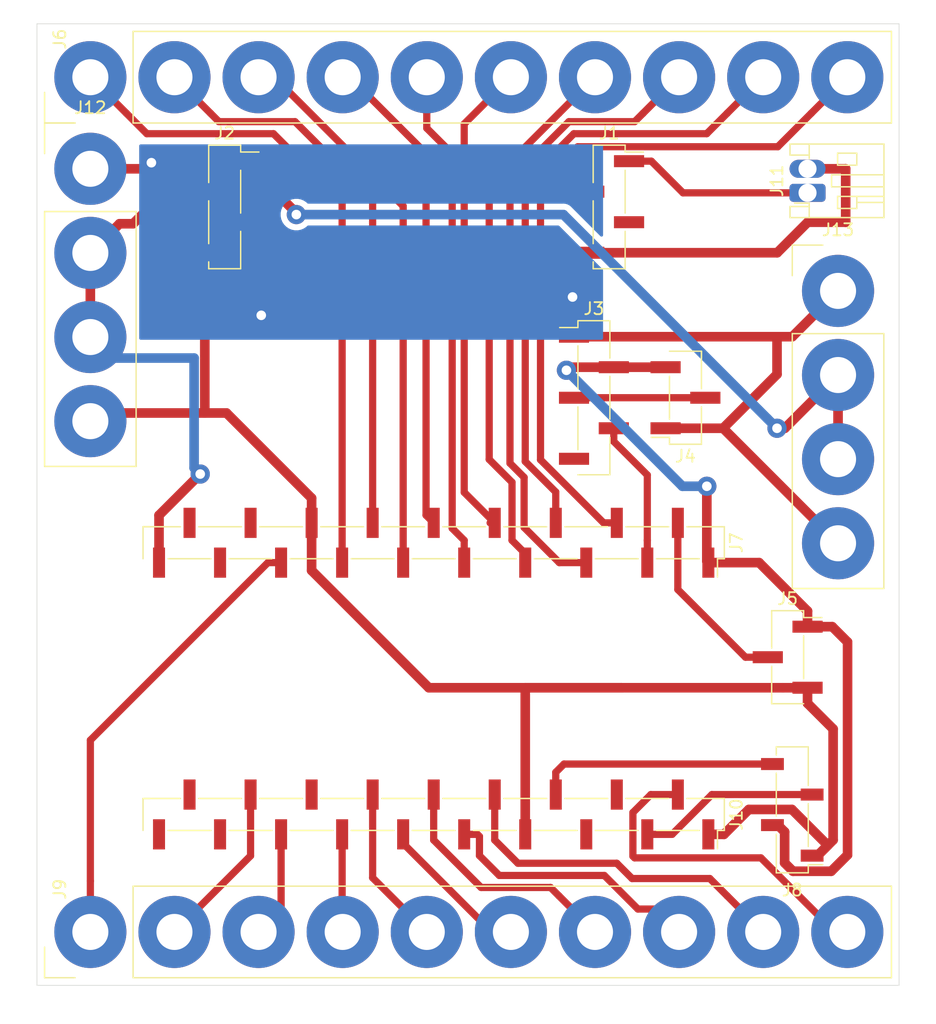
<source format=kicad_pcb>
(kicad_pcb (version 20171130) (host pcbnew "(5.1.5-0)")

  (general
    (thickness 1.6)
    (drawings 9)
    (tracks 207)
    (zones 0)
    (modules 13)
    (nets 31)
  )

  (page A4)
  (layers
    (0 F.Cu signal)
    (31 B.Cu signal)
    (32 B.Adhes user)
    (33 F.Adhes user)
    (34 B.Paste user)
    (35 F.Paste user)
    (36 B.SilkS user)
    (37 F.SilkS user)
    (38 B.Mask user)
    (39 F.Mask user)
    (40 Dwgs.User user hide)
    (41 Cmts.User user)
    (42 Eco1.User user)
    (43 Eco2.User user)
    (44 Edge.Cuts user)
    (45 Margin user)
    (46 B.CrtYd user)
    (47 F.CrtYd user)
    (48 B.Fab user)
    (49 F.Fab user)
  )

  (setup
    (last_trace_width 0.6)
    (trace_clearance 0.4)
    (zone_clearance 0.508)
    (zone_45_only no)
    (trace_min 0.2)
    (via_size 1.6)
    (via_drill 0.8)
    (via_min_size 0.4)
    (via_min_drill 0.3)
    (uvia_size 0.3)
    (uvia_drill 0.1)
    (uvias_allowed no)
    (uvia_min_size 0.2)
    (uvia_min_drill 0.1)
    (edge_width 0.05)
    (segment_width 0.2)
    (pcb_text_width 0.3)
    (pcb_text_size 1.5 1.5)
    (mod_edge_width 0.12)
    (mod_text_size 1 1)
    (mod_text_width 0.15)
    (pad_size 1.5 2)
    (pad_drill 1.2)
    (pad_to_mask_clearance 0.051)
    (solder_mask_min_width 0.25)
    (aux_axis_origin 0 0)
    (visible_elements FFFFFF7F)
    (pcbplotparams
      (layerselection 0x010fc_ffffffff)
      (usegerberextensions false)
      (usegerberattributes false)
      (usegerberadvancedattributes false)
      (creategerberjobfile false)
      (excludeedgelayer true)
      (linewidth 0.100000)
      (plotframeref false)
      (viasonmask false)
      (mode 1)
      (useauxorigin false)
      (hpglpennumber 1)
      (hpglpenspeed 20)
      (hpglpendiameter 15.000000)
      (psnegative false)
      (psa4output false)
      (plotreference true)
      (plotvalue true)
      (plotinvisibletext false)
      (padsonsilk false)
      (subtractmaskfromsilk false)
      (outputformat 1)
      (mirror false)
      (drillshape 1)
      (scaleselection 1)
      (outputdirectory ""))
  )

  (net 0 "")
  (net 1 /EN)
  (net 2 /IO5)
  (net 3 /IO18)
  (net 4 /IO16)
  (net 5 /IO17)
  (net 6 /IO25)
  (net 7 /IO26)
  (net 8 /GND)
  (net 9 /3V3)
  (net 10 /IO14-T2)
  (net 11 /IO15-T2)
  (net 12 /IO27-T2)
  (net 13 /IO13-T2)
  (net 14 /IO22-SCL)
  (net 15 /IO32-T1)
  (net 16 /IO33-T1)
  (net 17 /VIN-)
  (net 18 /VIN+)
  (net 19 /5V)
  (net 20 /Gain)
  (net 21 /IO36_IN)
  (net 22 /IO12-T2)
  (net 23 /IO39_IN)
  (net 24 /IO34_IN)
  (net 25 /IO35_IN)
  (net 26 /IO21-SDA)
  (net 27 /IO4-T2)
  (net 28 /IO2-T2)
  (net 29 /IO23)
  (net 30 /IO19)

  (net_class Default "This is the default net class."
    (clearance 0.4)
    (trace_width 0.6)
    (via_dia 1.6)
    (via_drill 0.8)
    (uvia_dia 0.3)
    (uvia_drill 0.1)
    (add_net /EN)
    (add_net /Gain)
    (add_net /IO12-T2)
    (add_net /IO13-T2)
    (add_net /IO14-T2)
    (add_net /IO15-T2)
    (add_net /IO16)
    (add_net /IO17)
    (add_net /IO18)
    (add_net /IO19)
    (add_net /IO2-T2)
    (add_net /IO21-SDA)
    (add_net /IO22-SCL)
    (add_net /IO23)
    (add_net /IO25)
    (add_net /IO26)
    (add_net /IO27-T2)
    (add_net /IO32-T1)
    (add_net /IO33-T1)
    (add_net /IO34_IN)
    (add_net /IO35_IN)
    (add_net /IO36_IN)
    (add_net /IO39_IN)
    (add_net /IO4-T2)
    (add_net /IO5)
    (add_net /VIN+)
  )

  (net_class Power ""
    (clearance 0.4)
    (trace_width 0.8)
    (via_dia 1.6)
    (via_drill 0.8)
    (uvia_dia 0.3)
    (uvia_drill 0.1)
    (add_net /3V3)
    (add_net /5V)
    (add_net /GND)
    (add_net /VIN-)
  )

  (module custom-footprints:PinHeader_1x10_P7mm_I3mm_Vertical (layer F.Cu) (tedit 5F848CB1) (tstamp 5F851C90)
    (at 167.64 76.2 90)
    (descr "Through hole straight pin header, 1x07, 2.54mm pitch, single row")
    (tags "Through hole pin header THT 1x07 2.54mm single row")
    (path /5F9BDF94)
    (fp_text reference J6 (at 3.175 -2.54 90) (layer F.SilkS)
      (effects (font (size 1 1) (thickness 0.15)))
    )
    (fp_text value IO_Sew_1x10_Top (at -12.065 55.88 90) (layer F.Fab)
      (effects (font (size 1 1) (thickness 0.15)))
    )
    (fp_line (start -3.81 -3.81) (end -1.27 -3.81) (layer F.SilkS) (width 0.12))
    (fp_line (start -3.81 -1.27) (end -3.81 -3.81) (layer F.SilkS) (width 0.12))
    (fp_text user %R (at 0 7.62) (layer F.Fab)
      (effects (font (size 1 1) (thickness 0.15)))
    )
    (fp_line (start -3.81 3.556) (end 3.81 3.556) (layer F.SilkS) (width 0.12))
    (fp_line (start 3.81 3.556) (end 3.81 66.675) (layer F.SilkS) (width 0.12))
    (fp_line (start -3.81 3.556) (end -3.81 66.675) (layer F.SilkS) (width 0.12))
    (fp_line (start -3.81 66.675) (end 3.81 66.675) (layer F.SilkS) (width 0.12))
    (pad 8 thru_hole oval (at 0 49 90) (size 6 6) (drill 3) (layers *.Cu *.Mask)
      (net 24 /IO34_IN))
    (pad 9 thru_hole oval (at 0 56 90) (size 6 6) (drill 3) (layers *.Cu *.Mask)
      (net 25 /IO35_IN))
    (pad 10 thru_hole oval (at 0 63 90) (size 6 6) (drill 3) (layers *.Cu *.Mask)
      (net 23 /IO39_IN))
    (pad 7 thru_hole oval (at 0 42 90) (size 6 6) (drill 3) (layers *.Cu *.Mask)
      (net 15 /IO32-T1))
    (pad 6 thru_hole oval (at 0 35 90) (size 6 6) (drill 3) (layers *.Cu *.Mask)
      (net 16 /IO33-T1))
    (pad 5 thru_hole oval (at 0 28 90) (size 6 6) (drill 3) (layers *.Cu *.Mask)
      (net 6 /IO25))
    (pad 4 thru_hole oval (at 0 21 90) (size 6 6) (drill 3) (layers *.Cu *.Mask)
      (net 7 /IO26))
    (pad 3 thru_hole oval (at 0 14 90) (size 6 6) (drill 3) (layers *.Cu *.Mask)
      (net 12 /IO27-T2))
    (pad 2 thru_hole oval (at 0 7 90) (size 6 6) (drill 3) (layers *.Cu *.Mask)
      (net 10 /IO14-T2))
    (pad 1 thru_hole oval (at 0 0 90) (size 6 6) (drill 3) (layers *.Cu *.Mask)
      (net 22 /IO12-T2))
    (model ${KISYS3DMOD}/Connector_PinHeader_2.54mm.3dshapes/PinHeader_1x07_P2.54mm_Vertical.wrl
      (at (xyz 0 0 0))
      (scale (xyz 1 1 1))
      (rotate (xyz 0 0 0))
    )
  )

  (module Connector_PinSocket_2.54mm:PinSocket_1x04_P2.54mm_Vertical_SMD_Pin1Left (layer F.Cu) (tedit 5A19A423) (tstamp 5F7D2BE2)
    (at 226.06 137.16 180)
    (descr "surface-mounted straight socket strip, 1x04, 2.54mm pitch, single row, style 1 (pin 1 left) (https://cdn.harwin.com/pdfs/M20-786.pdf), script generated")
    (tags "Surface mounted socket strip SMD 1x04 2.54mm single row style1 pin1 left")
    (path /5F82CFBE)
    (attr smd)
    (fp_text reference J8 (at 0 -6.68) (layer F.SilkS)
      (effects (font (size 1 1) (thickness 0.15)))
    )
    (fp_text value I2C_1x4 (at 0 6.68) (layer F.Fab)
      (effects (font (size 1 1) (thickness 0.15)))
    )
    (fp_text user %R (at 0 0 90) (layer F.Fab)
      (effects (font (size 1 1) (thickness 0.15)))
    )
    (fp_line (start -3.1 5.7) (end -3.1 -5.7) (layer F.CrtYd) (width 0.05))
    (fp_line (start 3.1 5.7) (end -3.1 5.7) (layer F.CrtYd) (width 0.05))
    (fp_line (start 3.1 -5.7) (end 3.1 5.7) (layer F.CrtYd) (width 0.05))
    (fp_line (start -3.1 -5.7) (end 3.1 -5.7) (layer F.CrtYd) (width 0.05))
    (fp_line (start 2.27 4.11) (end 1.27 4.11) (layer F.Fab) (width 0.1))
    (fp_line (start 2.27 3.51) (end 2.27 4.11) (layer F.Fab) (width 0.1))
    (fp_line (start 1.27 3.51) (end 2.27 3.51) (layer F.Fab) (width 0.1))
    (fp_line (start -2.27 1.57) (end -2.27 0.97) (layer F.Fab) (width 0.1))
    (fp_line (start -1.27 1.57) (end -2.27 1.57) (layer F.Fab) (width 0.1))
    (fp_line (start -2.27 0.97) (end -1.27 0.97) (layer F.Fab) (width 0.1))
    (fp_line (start 2.27 -0.97) (end 1.27 -0.97) (layer F.Fab) (width 0.1))
    (fp_line (start 2.27 -1.57) (end 2.27 -0.97) (layer F.Fab) (width 0.1))
    (fp_line (start 1.27 -1.57) (end 2.27 -1.57) (layer F.Fab) (width 0.1))
    (fp_line (start -2.27 -3.51) (end -2.27 -4.11) (layer F.Fab) (width 0.1))
    (fp_line (start -1.27 -3.51) (end -2.27 -3.51) (layer F.Fab) (width 0.1))
    (fp_line (start -2.27 -4.11) (end -1.27 -4.11) (layer F.Fab) (width 0.1))
    (fp_line (start -1.27 -4.545) (end -0.635 -5.18) (layer F.Fab) (width 0.1))
    (fp_line (start -1.27 5.18) (end -1.27 -4.545) (layer F.Fab) (width 0.1))
    (fp_line (start 1.27 5.18) (end -1.27 5.18) (layer F.Fab) (width 0.1))
    (fp_line (start 1.27 -5.18) (end 1.27 5.18) (layer F.Fab) (width 0.1))
    (fp_line (start -0.635 -5.18) (end 1.27 -5.18) (layer F.Fab) (width 0.1))
    (fp_line (start -2.54 -4.57) (end -1.33 -4.57) (layer F.SilkS) (width 0.12))
    (fp_line (start -1.33 2.03) (end -1.33 5.24) (layer F.SilkS) (width 0.12))
    (fp_line (start -1.33 -3.05) (end -1.33 0.51) (layer F.SilkS) (width 0.12))
    (fp_line (start -1.33 -5.24) (end -1.33 -4.57) (layer F.SilkS) (width 0.12))
    (fp_line (start -1.33 5.24) (end 1.33 5.24) (layer F.SilkS) (width 0.12))
    (fp_line (start 1.33 4.57) (end 1.33 5.24) (layer F.SilkS) (width 0.12))
    (fp_line (start 1.33 -0.51) (end 1.33 3.05) (layer F.SilkS) (width 0.12))
    (fp_line (start 1.33 -5.24) (end 1.33 -2.03) (layer F.SilkS) (width 0.12))
    (fp_line (start -1.33 -5.24) (end 1.33 -5.24) (layer F.SilkS) (width 0.12))
    (pad 4 smd rect (at 1.65 3.81 180) (size 1.9 1) (layers F.Cu F.Paste F.Mask)
      (net 26 /IO21-SDA))
    (pad 2 smd rect (at 1.65 -1.27 180) (size 1.9 1) (layers F.Cu F.Paste F.Mask)
      (net 9 /3V3))
    (pad 3 smd rect (at -1.65 1.27 180) (size 1.9 1) (layers F.Cu F.Paste F.Mask)
      (net 14 /IO22-SCL))
    (pad 1 smd rect (at -1.65 -3.81 180) (size 1.9 1) (layers F.Cu F.Paste F.Mask)
      (net 8 /GND))
    (model ${KISYS3DMOD}/Connector_PinSocket_2.54mm.3dshapes/PinSocket_1x04_P2.54mm_Vertical_SMD_Pin1Left.wrl
      (at (xyz 0 0 0))
      (scale (xyz 1 1 1))
      (rotate (xyz 0 0 0))
    )
  )

  (module Connector_PinHeader_2.54mm:PinHeader_1x04_P2.54mm_Vertical_SMD_Pin1Right (layer F.Cu) (tedit 59FED5CC) (tstamp 5F84D931)
    (at 210.82 86.995)
    (descr "surface-mounted straight pin header, 1x04, 2.54mm pitch, single row, style 2 (pin 1 right)")
    (tags "Surface mounted pin header SMD 1x04 2.54mm single row style2 pin1 right")
    (path /5F8AAA85)
    (attr smd)
    (fp_text reference J1 (at 0 -6.14) (layer F.SilkS)
      (effects (font (size 1 1) (thickness 0.15)))
    )
    (fp_text value Booster_L (at 0 6.14) (layer F.Fab)
      (effects (font (size 1 1) (thickness 0.15)))
    )
    (fp_text user %R (at 0 0 90) (layer F.Fab)
      (effects (font (size 1 1) (thickness 0.15)))
    )
    (fp_line (start 3.45 -5.6) (end -3.45 -5.6) (layer F.CrtYd) (width 0.05))
    (fp_line (start 3.45 5.6) (end 3.45 -5.6) (layer F.CrtYd) (width 0.05))
    (fp_line (start -3.45 5.6) (end 3.45 5.6) (layer F.CrtYd) (width 0.05))
    (fp_line (start -3.45 -5.6) (end -3.45 5.6) (layer F.CrtYd) (width 0.05))
    (fp_line (start -1.33 -0.51) (end -1.33 3.05) (layer F.SilkS) (width 0.12))
    (fp_line (start -1.33 4.57) (end -1.33 5.14) (layer F.SilkS) (width 0.12))
    (fp_line (start 1.33 -5.14) (end 1.33 -4.57) (layer F.SilkS) (width 0.12))
    (fp_line (start 1.33 -4.57) (end 2.85 -4.57) (layer F.SilkS) (width 0.12))
    (fp_line (start -1.33 -5.14) (end -1.33 -2.03) (layer F.SilkS) (width 0.12))
    (fp_line (start 1.33 2.03) (end 1.33 5.14) (layer F.SilkS) (width 0.12))
    (fp_line (start 1.33 -3.05) (end 1.33 0.51) (layer F.SilkS) (width 0.12))
    (fp_line (start -1.33 5.14) (end 1.33 5.14) (layer F.SilkS) (width 0.12))
    (fp_line (start -1.33 -5.14) (end 1.33 -5.14) (layer F.SilkS) (width 0.12))
    (fp_line (start 2.54 1.59) (end 1.27 1.59) (layer F.Fab) (width 0.1))
    (fp_line (start 2.54 0.95) (end 2.54 1.59) (layer F.Fab) (width 0.1))
    (fp_line (start 1.27 0.95) (end 2.54 0.95) (layer F.Fab) (width 0.1))
    (fp_line (start 2.54 -3.49) (end 1.27 -3.49) (layer F.Fab) (width 0.1))
    (fp_line (start 2.54 -4.13) (end 2.54 -3.49) (layer F.Fab) (width 0.1))
    (fp_line (start 1.27 -4.13) (end 2.54 -4.13) (layer F.Fab) (width 0.1))
    (fp_line (start -2.54 4.13) (end -1.27 4.13) (layer F.Fab) (width 0.1))
    (fp_line (start -2.54 3.49) (end -2.54 4.13) (layer F.Fab) (width 0.1))
    (fp_line (start -1.27 3.49) (end -2.54 3.49) (layer F.Fab) (width 0.1))
    (fp_line (start -2.54 -0.95) (end -1.27 -0.95) (layer F.Fab) (width 0.1))
    (fp_line (start -2.54 -1.59) (end -2.54 -0.95) (layer F.Fab) (width 0.1))
    (fp_line (start -1.27 -1.59) (end -2.54 -1.59) (layer F.Fab) (width 0.1))
    (fp_line (start -1.27 -5.08) (end -1.27 5.08) (layer F.Fab) (width 0.1))
    (fp_line (start 1.27 -4.13) (end 0.32 -5.08) (layer F.Fab) (width 0.1))
    (fp_line (start 1.27 5.08) (end 1.27 -4.13) (layer F.Fab) (width 0.1))
    (fp_line (start -1.27 -5.08) (end 0.32 -5.08) (layer F.Fab) (width 0.1))
    (fp_line (start 1.27 5.08) (end -1.27 5.08) (layer F.Fab) (width 0.1))
    (pad 3 smd rect (at 1.655 1.27) (size 2.51 1) (layers F.Cu F.Paste F.Mask))
    (pad 1 smd rect (at 1.655 -3.81) (size 2.51 1) (layers F.Cu F.Paste F.Mask)
      (net 18 /VIN+))
    (pad 4 smd rect (at -1.655 3.81) (size 2.51 1) (layers F.Cu F.Paste F.Mask)
      (net 17 /VIN-))
    (pad 2 smd rect (at -1.655 -1.27) (size 2.51 1) (layers F.Cu F.Paste F.Mask))
    (model ${KISYS3DMOD}/Connector_PinHeader_2.54mm.3dshapes/PinHeader_1x04_P2.54mm_Vertical_SMD_Pin1Right.wrl
      (at (xyz 0 0 0))
      (scale (xyz 1 1 1))
      (rotate (xyz 0 0 0))
    )
  )

  (module Connector_PinHeader_2.54mm:PinHeader_1x04_P2.54mm_Vertical_SMD_Pin1Right (layer F.Cu) (tedit 59FED5CC) (tstamp 5F84D958)
    (at 178.82 86.995)
    (descr "surface-mounted straight pin header, 1x04, 2.54mm pitch, single row, style 2 (pin 1 right)")
    (tags "Surface mounted pin header SMD 1x04 2.54mm single row style2 pin1 right")
    (path /5F8523BB)
    (attr smd)
    (fp_text reference J2 (at 0 -6.14) (layer F.SilkS)
      (effects (font (size 1 1) (thickness 0.15)))
    )
    (fp_text value Booster_R (at 0 6.14) (layer F.Fab)
      (effects (font (size 1 1) (thickness 0.15)))
    )
    (fp_text user %R (at 0 0 90) (layer F.Fab)
      (effects (font (size 1 1) (thickness 0.15)))
    )
    (fp_line (start 3.45 -5.6) (end -3.45 -5.6) (layer F.CrtYd) (width 0.05))
    (fp_line (start 3.45 5.6) (end 3.45 -5.6) (layer F.CrtYd) (width 0.05))
    (fp_line (start -3.45 5.6) (end 3.45 5.6) (layer F.CrtYd) (width 0.05))
    (fp_line (start -3.45 -5.6) (end -3.45 5.6) (layer F.CrtYd) (width 0.05))
    (fp_line (start -1.33 -0.51) (end -1.33 3.05) (layer F.SilkS) (width 0.12))
    (fp_line (start -1.33 4.57) (end -1.33 5.14) (layer F.SilkS) (width 0.12))
    (fp_line (start 1.33 -5.14) (end 1.33 -4.57) (layer F.SilkS) (width 0.12))
    (fp_line (start 1.33 -4.57) (end 2.85 -4.57) (layer F.SilkS) (width 0.12))
    (fp_line (start -1.33 -5.14) (end -1.33 -2.03) (layer F.SilkS) (width 0.12))
    (fp_line (start 1.33 2.03) (end 1.33 5.14) (layer F.SilkS) (width 0.12))
    (fp_line (start 1.33 -3.05) (end 1.33 0.51) (layer F.SilkS) (width 0.12))
    (fp_line (start -1.33 5.14) (end 1.33 5.14) (layer F.SilkS) (width 0.12))
    (fp_line (start -1.33 -5.14) (end 1.33 -5.14) (layer F.SilkS) (width 0.12))
    (fp_line (start 2.54 1.59) (end 1.27 1.59) (layer F.Fab) (width 0.1))
    (fp_line (start 2.54 0.95) (end 2.54 1.59) (layer F.Fab) (width 0.1))
    (fp_line (start 1.27 0.95) (end 2.54 0.95) (layer F.Fab) (width 0.1))
    (fp_line (start 2.54 -3.49) (end 1.27 -3.49) (layer F.Fab) (width 0.1))
    (fp_line (start 2.54 -4.13) (end 2.54 -3.49) (layer F.Fab) (width 0.1))
    (fp_line (start 1.27 -4.13) (end 2.54 -4.13) (layer F.Fab) (width 0.1))
    (fp_line (start -2.54 4.13) (end -1.27 4.13) (layer F.Fab) (width 0.1))
    (fp_line (start -2.54 3.49) (end -2.54 4.13) (layer F.Fab) (width 0.1))
    (fp_line (start -1.27 3.49) (end -2.54 3.49) (layer F.Fab) (width 0.1))
    (fp_line (start -2.54 -0.95) (end -1.27 -0.95) (layer F.Fab) (width 0.1))
    (fp_line (start -2.54 -1.59) (end -2.54 -0.95) (layer F.Fab) (width 0.1))
    (fp_line (start -1.27 -1.59) (end -2.54 -1.59) (layer F.Fab) (width 0.1))
    (fp_line (start -1.27 -5.08) (end -1.27 5.08) (layer F.Fab) (width 0.1))
    (fp_line (start 1.27 -4.13) (end 0.32 -5.08) (layer F.Fab) (width 0.1))
    (fp_line (start 1.27 5.08) (end 1.27 -4.13) (layer F.Fab) (width 0.1))
    (fp_line (start -1.27 -5.08) (end 0.32 -5.08) (layer F.Fab) (width 0.1))
    (fp_line (start 1.27 5.08) (end -1.27 5.08) (layer F.Fab) (width 0.1))
    (pad 3 smd rect (at 1.655 1.27) (size 2.51 1) (layers F.Cu F.Paste F.Mask))
    (pad 1 smd rect (at 1.655 -3.81) (size 2.51 1) (layers F.Cu F.Paste F.Mask)
      (net 19 /5V))
    (pad 4 smd rect (at -1.655 3.81) (size 2.51 1) (layers F.Cu F.Paste F.Mask)
      (net 8 /GND))
    (pad 2 smd rect (at -1.655 -1.27) (size 2.51 1) (layers F.Cu F.Paste F.Mask))
    (model ${KISYS3DMOD}/Connector_PinHeader_2.54mm.3dshapes/PinHeader_1x04_P2.54mm_Vertical_SMD_Pin1Right.wrl
      (at (xyz 0 0 0))
      (scale (xyz 1 1 1))
      (rotate (xyz 0 0 0))
    )
  )

  (module Connector_PinHeader_2.54mm:PinHeader_1x05_P2.54mm_Vertical_SMD_Pin1Left (layer F.Cu) (tedit 59FED5CC) (tstamp 5F84D984)
    (at 209.55 102.87)
    (descr "surface-mounted straight pin header, 1x05, 2.54mm pitch, single row, style 1 (pin 1 left)")
    (tags "Surface mounted pin header SMD 1x05 2.54mm single row style1 pin1 left")
    (path /5F88498C)
    (attr smd)
    (fp_text reference J3 (at 0 -7.41) (layer F.SilkS)
      (effects (font (size 1 1) (thickness 0.15)))
    )
    (fp_text value Microphone_1x5 (at 0 7.41) (layer F.Fab)
      (effects (font (size 1 1) (thickness 0.15)))
    )
    (fp_text user %R (at 0 0 90) (layer F.Fab)
      (effects (font (size 1 1) (thickness 0.15)))
    )
    (fp_line (start 3.45 -6.85) (end -3.45 -6.85) (layer F.CrtYd) (width 0.05))
    (fp_line (start 3.45 6.85) (end 3.45 -6.85) (layer F.CrtYd) (width 0.05))
    (fp_line (start -3.45 6.85) (end 3.45 6.85) (layer F.CrtYd) (width 0.05))
    (fp_line (start -3.45 -6.85) (end -3.45 6.85) (layer F.CrtYd) (width 0.05))
    (fp_line (start -1.33 0.76) (end -1.33 4.32) (layer F.SilkS) (width 0.12))
    (fp_line (start -1.33 -4.32) (end -1.33 -0.76) (layer F.SilkS) (width 0.12))
    (fp_line (start 1.33 3.3) (end 1.33 6.41) (layer F.SilkS) (width 0.12))
    (fp_line (start 1.33 -1.78) (end 1.33 1.78) (layer F.SilkS) (width 0.12))
    (fp_line (start 1.33 5.84) (end 1.33 6.41) (layer F.SilkS) (width 0.12))
    (fp_line (start -1.33 -6.41) (end -1.33 -5.84) (layer F.SilkS) (width 0.12))
    (fp_line (start -1.33 -5.84) (end -2.85 -5.84) (layer F.SilkS) (width 0.12))
    (fp_line (start 1.33 -6.41) (end 1.33 -3.3) (layer F.SilkS) (width 0.12))
    (fp_line (start -1.33 6.41) (end 1.33 6.41) (layer F.SilkS) (width 0.12))
    (fp_line (start -1.33 -6.41) (end 1.33 -6.41) (layer F.SilkS) (width 0.12))
    (fp_line (start 2.54 2.86) (end 1.27 2.86) (layer F.Fab) (width 0.1))
    (fp_line (start 2.54 2.22) (end 2.54 2.86) (layer F.Fab) (width 0.1))
    (fp_line (start 1.27 2.22) (end 2.54 2.22) (layer F.Fab) (width 0.1))
    (fp_line (start 2.54 -2.22) (end 1.27 -2.22) (layer F.Fab) (width 0.1))
    (fp_line (start 2.54 -2.86) (end 2.54 -2.22) (layer F.Fab) (width 0.1))
    (fp_line (start 1.27 -2.86) (end 2.54 -2.86) (layer F.Fab) (width 0.1))
    (fp_line (start -2.54 5.4) (end -1.27 5.4) (layer F.Fab) (width 0.1))
    (fp_line (start -2.54 4.76) (end -2.54 5.4) (layer F.Fab) (width 0.1))
    (fp_line (start -1.27 4.76) (end -2.54 4.76) (layer F.Fab) (width 0.1))
    (fp_line (start -2.54 0.32) (end -1.27 0.32) (layer F.Fab) (width 0.1))
    (fp_line (start -2.54 -0.32) (end -2.54 0.32) (layer F.Fab) (width 0.1))
    (fp_line (start -1.27 -0.32) (end -2.54 -0.32) (layer F.Fab) (width 0.1))
    (fp_line (start -2.54 -4.76) (end -1.27 -4.76) (layer F.Fab) (width 0.1))
    (fp_line (start -2.54 -5.4) (end -2.54 -4.76) (layer F.Fab) (width 0.1))
    (fp_line (start -1.27 -5.4) (end -2.54 -5.4) (layer F.Fab) (width 0.1))
    (fp_line (start 1.27 -6.35) (end 1.27 6.35) (layer F.Fab) (width 0.1))
    (fp_line (start -1.27 -5.4) (end -0.32 -6.35) (layer F.Fab) (width 0.1))
    (fp_line (start -1.27 6.35) (end -1.27 -5.4) (layer F.Fab) (width 0.1))
    (fp_line (start -0.32 -6.35) (end 1.27 -6.35) (layer F.Fab) (width 0.1))
    (fp_line (start 1.27 6.35) (end -1.27 6.35) (layer F.Fab) (width 0.1))
    (pad 4 smd rect (at 1.655 2.54) (size 2.51 1) (layers F.Cu F.Paste F.Mask)
      (net 21 /IO36_IN))
    (pad 2 smd rect (at 1.655 -2.54) (size 2.51 1) (layers F.Cu F.Paste F.Mask)
      (net 9 /3V3))
    (pad 5 smd rect (at -1.655 5.08) (size 2.51 1) (layers F.Cu F.Paste F.Mask))
    (pad 3 smd rect (at -1.655 0) (size 2.51 1) (layers F.Cu F.Paste F.Mask)
      (net 20 /Gain))
    (pad 1 smd rect (at -1.655 -5.08) (size 2.51 1) (layers F.Cu F.Paste F.Mask)
      (net 8 /GND))
    (model ${KISYS3DMOD}/Connector_PinHeader_2.54mm.3dshapes/PinHeader_1x05_P2.54mm_Vertical_SMD_Pin1Left.wrl
      (at (xyz 0 0 0))
      (scale (xyz 1 1 1))
      (rotate (xyz 0 0 0))
    )
  )

  (module Connector_PinHeader_2.54mm:PinHeader_1x03_P2.54mm_Vertical_SMD_Pin1Right (layer F.Cu) (tedit 59FED5CC) (tstamp 5F84D9A6)
    (at 217.17 102.87 180)
    (descr "surface-mounted straight pin header, 1x03, 2.54mm pitch, single row, style 2 (pin 1 right)")
    (tags "Surface mounted pin header SMD 1x03 2.54mm single row style2 pin1 right")
    (path /5F88EDEE)
    (attr smd)
    (fp_text reference J4 (at 0 -4.87) (layer F.SilkS)
      (effects (font (size 1 1) (thickness 0.15)))
    )
    (fp_text value Mic_Gain_1x3 (at 0 4.87) (layer F.Fab)
      (effects (font (size 1 1) (thickness 0.15)))
    )
    (fp_text user %R (at 0 0 90) (layer F.Fab)
      (effects (font (size 1 1) (thickness 0.15)))
    )
    (fp_line (start 3.45 -4.35) (end -3.45 -4.35) (layer F.CrtYd) (width 0.05))
    (fp_line (start 3.45 4.35) (end 3.45 -4.35) (layer F.CrtYd) (width 0.05))
    (fp_line (start -3.45 4.35) (end 3.45 4.35) (layer F.CrtYd) (width 0.05))
    (fp_line (start -3.45 -4.35) (end -3.45 4.35) (layer F.CrtYd) (width 0.05))
    (fp_line (start -1.33 0.76) (end -1.33 3.87) (layer F.SilkS) (width 0.12))
    (fp_line (start -1.33 3.3) (end -1.33 3.87) (layer F.SilkS) (width 0.12))
    (fp_line (start 1.33 -3.87) (end 1.33 -3.3) (layer F.SilkS) (width 0.12))
    (fp_line (start 1.33 -3.3) (end 2.85 -3.3) (layer F.SilkS) (width 0.12))
    (fp_line (start -1.33 -3.87) (end -1.33 -0.76) (layer F.SilkS) (width 0.12))
    (fp_line (start 1.33 -1.78) (end 1.33 1.78) (layer F.SilkS) (width 0.12))
    (fp_line (start -1.33 3.87) (end 1.33 3.87) (layer F.SilkS) (width 0.12))
    (fp_line (start -1.33 -3.87) (end 1.33 -3.87) (layer F.SilkS) (width 0.12))
    (fp_line (start 2.54 2.86) (end 1.27 2.86) (layer F.Fab) (width 0.1))
    (fp_line (start 2.54 2.22) (end 2.54 2.86) (layer F.Fab) (width 0.1))
    (fp_line (start 1.27 2.22) (end 2.54 2.22) (layer F.Fab) (width 0.1))
    (fp_line (start 2.54 -2.22) (end 1.27 -2.22) (layer F.Fab) (width 0.1))
    (fp_line (start 2.54 -2.86) (end 2.54 -2.22) (layer F.Fab) (width 0.1))
    (fp_line (start 1.27 -2.86) (end 2.54 -2.86) (layer F.Fab) (width 0.1))
    (fp_line (start -2.54 0.32) (end -1.27 0.32) (layer F.Fab) (width 0.1))
    (fp_line (start -2.54 -0.32) (end -2.54 0.32) (layer F.Fab) (width 0.1))
    (fp_line (start -1.27 -0.32) (end -2.54 -0.32) (layer F.Fab) (width 0.1))
    (fp_line (start -1.27 -3.81) (end -1.27 3.81) (layer F.Fab) (width 0.1))
    (fp_line (start 1.27 -2.86) (end 0.32 -3.81) (layer F.Fab) (width 0.1))
    (fp_line (start 1.27 3.81) (end 1.27 -2.86) (layer F.Fab) (width 0.1))
    (fp_line (start -1.27 -3.81) (end 0.32 -3.81) (layer F.Fab) (width 0.1))
    (fp_line (start 1.27 3.81) (end -1.27 3.81) (layer F.Fab) (width 0.1))
    (pad 3 smd rect (at 1.655 2.54 180) (size 2.51 1) (layers F.Cu F.Paste F.Mask)
      (net 9 /3V3))
    (pad 1 smd rect (at 1.655 -2.54 180) (size 2.51 1) (layers F.Cu F.Paste F.Mask)
      (net 8 /GND))
    (pad 2 smd rect (at -1.655 0 180) (size 2.51 1) (layers F.Cu F.Paste F.Mask)
      (net 20 /Gain))
    (model ${KISYS3DMOD}/Connector_PinHeader_2.54mm.3dshapes/PinHeader_1x03_P2.54mm_Vertical_SMD_Pin1Right.wrl
      (at (xyz 0 0 0))
      (scale (xyz 1 1 1))
      (rotate (xyz 0 0 0))
    )
  )

  (module Connector_PinHeader_2.54mm:PinHeader_1x03_P2.54mm_Vertical_SMD_Pin1Right (layer F.Cu) (tedit 59FED5CC) (tstamp 5F84D9C8)
    (at 225.675 124.46)
    (descr "surface-mounted straight pin header, 1x03, 2.54mm pitch, single row, style 2 (pin 1 right)")
    (tags "Surface mounted pin header SMD 1x03 2.54mm single row style2 pin1 right")
    (path /5F89F69E)
    (attr smd)
    (fp_text reference J5 (at 0 -4.87) (layer F.SilkS)
      (effects (font (size 1 1) (thickness 0.15)))
    )
    (fp_text value Config_1x3 (at 0 4.87) (layer F.Fab)
      (effects (font (size 1 1) (thickness 0.15)))
    )
    (fp_text user %R (at 0 0 90) (layer F.Fab)
      (effects (font (size 1 1) (thickness 0.15)))
    )
    (fp_line (start 3.45 -4.35) (end -3.45 -4.35) (layer F.CrtYd) (width 0.05))
    (fp_line (start 3.45 4.35) (end 3.45 -4.35) (layer F.CrtYd) (width 0.05))
    (fp_line (start -3.45 4.35) (end 3.45 4.35) (layer F.CrtYd) (width 0.05))
    (fp_line (start -3.45 -4.35) (end -3.45 4.35) (layer F.CrtYd) (width 0.05))
    (fp_line (start -1.33 0.76) (end -1.33 3.87) (layer F.SilkS) (width 0.12))
    (fp_line (start -1.33 3.3) (end -1.33 3.87) (layer F.SilkS) (width 0.12))
    (fp_line (start 1.33 -3.87) (end 1.33 -3.3) (layer F.SilkS) (width 0.12))
    (fp_line (start 1.33 -3.3) (end 2.85 -3.3) (layer F.SilkS) (width 0.12))
    (fp_line (start -1.33 -3.87) (end -1.33 -0.76) (layer F.SilkS) (width 0.12))
    (fp_line (start 1.33 -1.78) (end 1.33 1.78) (layer F.SilkS) (width 0.12))
    (fp_line (start -1.33 3.87) (end 1.33 3.87) (layer F.SilkS) (width 0.12))
    (fp_line (start -1.33 -3.87) (end 1.33 -3.87) (layer F.SilkS) (width 0.12))
    (fp_line (start 2.54 2.86) (end 1.27 2.86) (layer F.Fab) (width 0.1))
    (fp_line (start 2.54 2.22) (end 2.54 2.86) (layer F.Fab) (width 0.1))
    (fp_line (start 1.27 2.22) (end 2.54 2.22) (layer F.Fab) (width 0.1))
    (fp_line (start 2.54 -2.22) (end 1.27 -2.22) (layer F.Fab) (width 0.1))
    (fp_line (start 2.54 -2.86) (end 2.54 -2.22) (layer F.Fab) (width 0.1))
    (fp_line (start 1.27 -2.86) (end 2.54 -2.86) (layer F.Fab) (width 0.1))
    (fp_line (start -2.54 0.32) (end -1.27 0.32) (layer F.Fab) (width 0.1))
    (fp_line (start -2.54 -0.32) (end -2.54 0.32) (layer F.Fab) (width 0.1))
    (fp_line (start -1.27 -0.32) (end -2.54 -0.32) (layer F.Fab) (width 0.1))
    (fp_line (start -1.27 -3.81) (end -1.27 3.81) (layer F.Fab) (width 0.1))
    (fp_line (start 1.27 -2.86) (end 0.32 -3.81) (layer F.Fab) (width 0.1))
    (fp_line (start 1.27 3.81) (end 1.27 -2.86) (layer F.Fab) (width 0.1))
    (fp_line (start -1.27 -3.81) (end 0.32 -3.81) (layer F.Fab) (width 0.1))
    (fp_line (start 1.27 3.81) (end -1.27 3.81) (layer F.Fab) (width 0.1))
    (pad 3 smd rect (at 1.655 2.54) (size 2.51 1) (layers F.Cu F.Paste F.Mask)
      (net 8 /GND))
    (pad 1 smd rect (at 1.655 -2.54) (size 2.51 1) (layers F.Cu F.Paste F.Mask)
      (net 9 /3V3))
    (pad 2 smd rect (at -1.655 0) (size 2.51 1) (layers F.Cu F.Paste F.Mask)
      (net 1 /EN))
    (model ${KISYS3DMOD}/Connector_PinHeader_2.54mm.3dshapes/PinHeader_1x03_P2.54mm_Vertical_SMD_Pin1Right.wrl
      (at (xyz 0 0 0))
      (scale (xyz 1 1 1))
      (rotate (xyz 0 0 0))
    )
  )

  (module Connector_PinHeader_2.54mm:PinHeader_1x19_P2.54mm_Vertical_SMD_Pin1Right (layer F.Cu) (tedit 59FED5CC) (tstamp 5F84DA4F)
    (at 196.215 114.935 270)
    (descr "surface-mounted straight pin header, 1x19, 2.54mm pitch, single row, style 2 (pin 1 right)")
    (tags "Surface mounted pin header SMD 1x19 2.54mm single row style2 pin1 right")
    (path /5F7F3E6A)
    (attr smd)
    (fp_text reference J7 (at 0 -25.19 90) (layer F.SilkS)
      (effects (font (size 1 1) (thickness 0.15)))
    )
    (fp_text value NodeMCU_ESP32S-L_1x19 (at 0 25.19 90) (layer F.Fab)
      (effects (font (size 1 1) (thickness 0.15)))
    )
    (fp_text user %R (at 0 0) (layer F.Fab)
      (effects (font (size 1 1) (thickness 0.15)))
    )
    (fp_line (start 3.45 -24.65) (end -3.45 -24.65) (layer F.CrtYd) (width 0.05))
    (fp_line (start 3.45 24.65) (end 3.45 -24.65) (layer F.CrtYd) (width 0.05))
    (fp_line (start -3.45 24.65) (end 3.45 24.65) (layer F.CrtYd) (width 0.05))
    (fp_line (start -3.45 -24.65) (end -3.45 24.65) (layer F.CrtYd) (width 0.05))
    (fp_line (start -1.33 21.08) (end -1.33 24.19) (layer F.SilkS) (width 0.12))
    (fp_line (start -1.33 16) (end -1.33 19.56) (layer F.SilkS) (width 0.12))
    (fp_line (start -1.33 10.92) (end -1.33 14.48) (layer F.SilkS) (width 0.12))
    (fp_line (start -1.33 5.84) (end -1.33 9.4) (layer F.SilkS) (width 0.12))
    (fp_line (start -1.33 0.76) (end -1.33 4.32) (layer F.SilkS) (width 0.12))
    (fp_line (start -1.33 -4.32) (end -1.33 -0.76) (layer F.SilkS) (width 0.12))
    (fp_line (start -1.33 -9.4) (end -1.33 -5.84) (layer F.SilkS) (width 0.12))
    (fp_line (start -1.33 -14.48) (end -1.33 -10.92) (layer F.SilkS) (width 0.12))
    (fp_line (start -1.33 -19.56) (end -1.33 -16) (layer F.SilkS) (width 0.12))
    (fp_line (start -1.33 23.62) (end -1.33 24.19) (layer F.SilkS) (width 0.12))
    (fp_line (start 1.33 -24.19) (end 1.33 -23.62) (layer F.SilkS) (width 0.12))
    (fp_line (start 1.33 -23.62) (end 2.85 -23.62) (layer F.SilkS) (width 0.12))
    (fp_line (start -1.33 -24.19) (end -1.33 -21.08) (layer F.SilkS) (width 0.12))
    (fp_line (start 1.33 18.54) (end 1.33 22.1) (layer F.SilkS) (width 0.12))
    (fp_line (start 1.33 13.46) (end 1.33 17.02) (layer F.SilkS) (width 0.12))
    (fp_line (start 1.33 8.38) (end 1.33 11.94) (layer F.SilkS) (width 0.12))
    (fp_line (start 1.33 3.3) (end 1.33 6.86) (layer F.SilkS) (width 0.12))
    (fp_line (start 1.33 -1.78) (end 1.33 1.78) (layer F.SilkS) (width 0.12))
    (fp_line (start 1.33 -6.86) (end 1.33 -3.3) (layer F.SilkS) (width 0.12))
    (fp_line (start 1.33 -11.94) (end 1.33 -8.38) (layer F.SilkS) (width 0.12))
    (fp_line (start 1.33 -17.02) (end 1.33 -13.46) (layer F.SilkS) (width 0.12))
    (fp_line (start 1.33 -22.1) (end 1.33 -18.54) (layer F.SilkS) (width 0.12))
    (fp_line (start -1.33 24.19) (end 1.33 24.19) (layer F.SilkS) (width 0.12))
    (fp_line (start -1.33 -24.19) (end 1.33 -24.19) (layer F.SilkS) (width 0.12))
    (fp_line (start 2.54 23.18) (end 1.27 23.18) (layer F.Fab) (width 0.1))
    (fp_line (start 2.54 22.54) (end 2.54 23.18) (layer F.Fab) (width 0.1))
    (fp_line (start 1.27 22.54) (end 2.54 22.54) (layer F.Fab) (width 0.1))
    (fp_line (start 2.54 18.1) (end 1.27 18.1) (layer F.Fab) (width 0.1))
    (fp_line (start 2.54 17.46) (end 2.54 18.1) (layer F.Fab) (width 0.1))
    (fp_line (start 1.27 17.46) (end 2.54 17.46) (layer F.Fab) (width 0.1))
    (fp_line (start 2.54 13.02) (end 1.27 13.02) (layer F.Fab) (width 0.1))
    (fp_line (start 2.54 12.38) (end 2.54 13.02) (layer F.Fab) (width 0.1))
    (fp_line (start 1.27 12.38) (end 2.54 12.38) (layer F.Fab) (width 0.1))
    (fp_line (start 2.54 7.94) (end 1.27 7.94) (layer F.Fab) (width 0.1))
    (fp_line (start 2.54 7.3) (end 2.54 7.94) (layer F.Fab) (width 0.1))
    (fp_line (start 1.27 7.3) (end 2.54 7.3) (layer F.Fab) (width 0.1))
    (fp_line (start 2.54 2.86) (end 1.27 2.86) (layer F.Fab) (width 0.1))
    (fp_line (start 2.54 2.22) (end 2.54 2.86) (layer F.Fab) (width 0.1))
    (fp_line (start 1.27 2.22) (end 2.54 2.22) (layer F.Fab) (width 0.1))
    (fp_line (start 2.54 -2.22) (end 1.27 -2.22) (layer F.Fab) (width 0.1))
    (fp_line (start 2.54 -2.86) (end 2.54 -2.22) (layer F.Fab) (width 0.1))
    (fp_line (start 1.27 -2.86) (end 2.54 -2.86) (layer F.Fab) (width 0.1))
    (fp_line (start 2.54 -7.3) (end 1.27 -7.3) (layer F.Fab) (width 0.1))
    (fp_line (start 2.54 -7.94) (end 2.54 -7.3) (layer F.Fab) (width 0.1))
    (fp_line (start 1.27 -7.94) (end 2.54 -7.94) (layer F.Fab) (width 0.1))
    (fp_line (start 2.54 -12.38) (end 1.27 -12.38) (layer F.Fab) (width 0.1))
    (fp_line (start 2.54 -13.02) (end 2.54 -12.38) (layer F.Fab) (width 0.1))
    (fp_line (start 1.27 -13.02) (end 2.54 -13.02) (layer F.Fab) (width 0.1))
    (fp_line (start 2.54 -17.46) (end 1.27 -17.46) (layer F.Fab) (width 0.1))
    (fp_line (start 2.54 -18.1) (end 2.54 -17.46) (layer F.Fab) (width 0.1))
    (fp_line (start 1.27 -18.1) (end 2.54 -18.1) (layer F.Fab) (width 0.1))
    (fp_line (start 2.54 -22.54) (end 1.27 -22.54) (layer F.Fab) (width 0.1))
    (fp_line (start 2.54 -23.18) (end 2.54 -22.54) (layer F.Fab) (width 0.1))
    (fp_line (start 1.27 -23.18) (end 2.54 -23.18) (layer F.Fab) (width 0.1))
    (fp_line (start -2.54 20.64) (end -1.27 20.64) (layer F.Fab) (width 0.1))
    (fp_line (start -2.54 20) (end -2.54 20.64) (layer F.Fab) (width 0.1))
    (fp_line (start -1.27 20) (end -2.54 20) (layer F.Fab) (width 0.1))
    (fp_line (start -2.54 15.56) (end -1.27 15.56) (layer F.Fab) (width 0.1))
    (fp_line (start -2.54 14.92) (end -2.54 15.56) (layer F.Fab) (width 0.1))
    (fp_line (start -1.27 14.92) (end -2.54 14.92) (layer F.Fab) (width 0.1))
    (fp_line (start -2.54 10.48) (end -1.27 10.48) (layer F.Fab) (width 0.1))
    (fp_line (start -2.54 9.84) (end -2.54 10.48) (layer F.Fab) (width 0.1))
    (fp_line (start -1.27 9.84) (end -2.54 9.84) (layer F.Fab) (width 0.1))
    (fp_line (start -2.54 5.4) (end -1.27 5.4) (layer F.Fab) (width 0.1))
    (fp_line (start -2.54 4.76) (end -2.54 5.4) (layer F.Fab) (width 0.1))
    (fp_line (start -1.27 4.76) (end -2.54 4.76) (layer F.Fab) (width 0.1))
    (fp_line (start -2.54 0.32) (end -1.27 0.32) (layer F.Fab) (width 0.1))
    (fp_line (start -2.54 -0.32) (end -2.54 0.32) (layer F.Fab) (width 0.1))
    (fp_line (start -1.27 -0.32) (end -2.54 -0.32) (layer F.Fab) (width 0.1))
    (fp_line (start -2.54 -4.76) (end -1.27 -4.76) (layer F.Fab) (width 0.1))
    (fp_line (start -2.54 -5.4) (end -2.54 -4.76) (layer F.Fab) (width 0.1))
    (fp_line (start -1.27 -5.4) (end -2.54 -5.4) (layer F.Fab) (width 0.1))
    (fp_line (start -2.54 -9.84) (end -1.27 -9.84) (layer F.Fab) (width 0.1))
    (fp_line (start -2.54 -10.48) (end -2.54 -9.84) (layer F.Fab) (width 0.1))
    (fp_line (start -1.27 -10.48) (end -2.54 -10.48) (layer F.Fab) (width 0.1))
    (fp_line (start -2.54 -14.92) (end -1.27 -14.92) (layer F.Fab) (width 0.1))
    (fp_line (start -2.54 -15.56) (end -2.54 -14.92) (layer F.Fab) (width 0.1))
    (fp_line (start -1.27 -15.56) (end -2.54 -15.56) (layer F.Fab) (width 0.1))
    (fp_line (start -2.54 -20) (end -1.27 -20) (layer F.Fab) (width 0.1))
    (fp_line (start -2.54 -20.64) (end -2.54 -20) (layer F.Fab) (width 0.1))
    (fp_line (start -1.27 -20.64) (end -2.54 -20.64) (layer F.Fab) (width 0.1))
    (fp_line (start -1.27 -24.13) (end -1.27 24.13) (layer F.Fab) (width 0.1))
    (fp_line (start 1.27 -23.18) (end 0.32 -24.13) (layer F.Fab) (width 0.1))
    (fp_line (start 1.27 24.13) (end 1.27 -23.18) (layer F.Fab) (width 0.1))
    (fp_line (start -1.27 -24.13) (end 0.32 -24.13) (layer F.Fab) (width 0.1))
    (fp_line (start 1.27 24.13) (end -1.27 24.13) (layer F.Fab) (width 0.1))
    (pad 19 smd rect (at 1.655 22.86 270) (size 2.51 1) (layers F.Cu F.Paste F.Mask)
      (net 19 /5V))
    (pad 17 smd rect (at 1.655 17.78 270) (size 2.51 1) (layers F.Cu F.Paste F.Mask))
    (pad 15 smd rect (at 1.655 12.7 270) (size 2.51 1) (layers F.Cu F.Paste F.Mask)
      (net 13 /IO13-T2))
    (pad 13 smd rect (at 1.655 7.62 270) (size 2.51 1) (layers F.Cu F.Paste F.Mask)
      (net 22 /IO12-T2))
    (pad 11 smd rect (at 1.655 2.54 270) (size 2.51 1) (layers F.Cu F.Paste F.Mask)
      (net 12 /IO27-T2))
    (pad 9 smd rect (at 1.655 -2.54 270) (size 2.51 1) (layers F.Cu F.Paste F.Mask)
      (net 6 /IO25))
    (pad 7 smd rect (at 1.655 -7.62 270) (size 2.51 1) (layers F.Cu F.Paste F.Mask)
      (net 15 /IO32-T1))
    (pad 5 smd rect (at 1.655 -12.7 270) (size 2.51 1) (layers F.Cu F.Paste F.Mask)
      (net 24 /IO34_IN))
    (pad 3 smd rect (at 1.655 -17.78 270) (size 2.51 1) (layers F.Cu F.Paste F.Mask)
      (net 21 /IO36_IN))
    (pad 1 smd rect (at 1.655 -22.86 270) (size 2.51 1) (layers F.Cu F.Paste F.Mask)
      (net 9 /3V3))
    (pad 18 smd rect (at -1.655 20.32 270) (size 2.51 1) (layers F.Cu F.Paste F.Mask))
    (pad 16 smd rect (at -1.655 15.24 270) (size 2.51 1) (layers F.Cu F.Paste F.Mask))
    (pad 14 smd rect (at -1.655 10.16 270) (size 2.51 1) (layers F.Cu F.Paste F.Mask)
      (net 8 /GND))
    (pad 12 smd rect (at -1.655 5.08 270) (size 2.51 1) (layers F.Cu F.Paste F.Mask)
      (net 10 /IO14-T2))
    (pad 10 smd rect (at -1.655 0 270) (size 2.51 1) (layers F.Cu F.Paste F.Mask)
      (net 7 /IO26))
    (pad 8 smd rect (at -1.655 -5.08 270) (size 2.51 1) (layers F.Cu F.Paste F.Mask)
      (net 16 /IO33-T1))
    (pad 6 smd rect (at -1.655 -10.16 270) (size 2.51 1) (layers F.Cu F.Paste F.Mask)
      (net 25 /IO35_IN))
    (pad 4 smd rect (at -1.655 -15.24 270) (size 2.51 1) (layers F.Cu F.Paste F.Mask)
      (net 23 /IO39_IN))
    (pad 2 smd rect (at -1.655 -20.32 270) (size 2.51 1) (layers F.Cu F.Paste F.Mask)
      (net 1 /EN))
    (model ${KISYS3DMOD}/Connector_PinHeader_2.54mm.3dshapes/PinHeader_1x19_P2.54mm_Vertical_SMD_Pin1Right.wrl
      (at (xyz 0 0 0))
      (scale (xyz 1 1 1))
      (rotate (xyz 0 0 0))
    )
  )

  (module custom-footprints:PinHeader_1x10_P7mm_I3mm_Vertical (layer F.Cu) (tedit 5F848CB1) (tstamp 5F84DA64)
    (at 167.64 147.32 90)
    (descr "Through hole straight pin header, 1x07, 2.54mm pitch, single row")
    (tags "Through hole pin header THT 1x07 2.54mm single row")
    (path /5F9AD286)
    (fp_text reference J9 (at 3.556 -2.54 90) (layer F.SilkS)
      (effects (font (size 1 1) (thickness 0.15)))
    )
    (fp_text value IO_Sew_1x10_Bottom (at 11.43 64.135 90) (layer F.Fab)
      (effects (font (size 1 1) (thickness 0.15)))
    )
    (fp_line (start -3.81 -3.81) (end -1.27 -3.81) (layer F.SilkS) (width 0.12))
    (fp_line (start -3.81 -1.27) (end -3.81 -3.81) (layer F.SilkS) (width 0.12))
    (fp_text user %R (at 0 7.62) (layer F.Fab)
      (effects (font (size 1 1) (thickness 0.15)))
    )
    (fp_line (start -3.81 3.556) (end 3.81 3.556) (layer F.SilkS) (width 0.12))
    (fp_line (start 3.81 3.556) (end 3.81 66.675) (layer F.SilkS) (width 0.12))
    (fp_line (start -3.81 3.556) (end -3.81 66.675) (layer F.SilkS) (width 0.12))
    (fp_line (start -3.81 66.675) (end 3.81 66.675) (layer F.SilkS) (width 0.12))
    (pad 8 thru_hole oval (at 0 49 90) (size 6 6) (drill 3) (layers *.Cu *.Mask)
      (net 3 /IO18))
    (pad 9 thru_hole oval (at 0 56 90) (size 6 6) (drill 3) (layers *.Cu *.Mask)
      (net 30 /IO19))
    (pad 10 thru_hole oval (at 0 63 90) (size 6 6) (drill 3) (layers *.Cu *.Mask)
      (net 29 /IO23))
    (pad 7 thru_hole oval (at 0 42 90) (size 6 6) (drill 3) (layers *.Cu *.Mask)
      (net 2 /IO5))
    (pad 6 thru_hole oval (at 0 35 90) (size 6 6) (drill 3) (layers *.Cu *.Mask)
      (net 5 /IO17))
    (pad 5 thru_hole oval (at 0 28 90) (size 6 6) (drill 3) (layers *.Cu *.Mask)
      (net 4 /IO16))
    (pad 4 thru_hole oval (at 0 21 90) (size 6 6) (drill 3) (layers *.Cu *.Mask)
      (net 27 /IO4-T2))
    (pad 3 thru_hole oval (at 0 14 90) (size 6 6) (drill 3) (layers *.Cu *.Mask)
      (net 28 /IO2-T2))
    (pad 2 thru_hole oval (at 0 7 90) (size 6 6) (drill 3) (layers *.Cu *.Mask)
      (net 11 /IO15-T2))
    (pad 1 thru_hole oval (at 0 0 90) (size 6 6) (drill 3) (layers *.Cu *.Mask)
      (net 13 /IO13-T2))
    (model ${KISYS3DMOD}/Connector_PinHeader_2.54mm.3dshapes/PinHeader_1x07_P2.54mm_Vertical.wrl
      (at (xyz 0 0 0))
      (scale (xyz 1 1 1))
      (rotate (xyz 0 0 0))
    )
  )

  (module Connector_PinHeader_2.54mm:PinHeader_1x19_P2.54mm_Vertical_SMD_Pin1Right (layer F.Cu) (tedit 59FED5CC) (tstamp 5F84DAD6)
    (at 196.215 137.545 270)
    (descr "surface-mounted straight pin header, 1x19, 2.54mm pitch, single row, style 2 (pin 1 right)")
    (tags "Surface mounted pin header SMD 1x19 2.54mm single row style2 pin1 right")
    (path /5F8427FC)
    (attr smd)
    (fp_text reference J10 (at 0 -25.19 90) (layer F.SilkS)
      (effects (font (size 1 1) (thickness 0.15)))
    )
    (fp_text value NodeMCU_ESP32S-R_1x19 (at 0 25.19 90) (layer F.Fab)
      (effects (font (size 1 1) (thickness 0.15)))
    )
    (fp_text user %R (at 0 0) (layer F.Fab)
      (effects (font (size 1 1) (thickness 0.15)))
    )
    (fp_line (start 3.45 -24.65) (end -3.45 -24.65) (layer F.CrtYd) (width 0.05))
    (fp_line (start 3.45 24.65) (end 3.45 -24.65) (layer F.CrtYd) (width 0.05))
    (fp_line (start -3.45 24.65) (end 3.45 24.65) (layer F.CrtYd) (width 0.05))
    (fp_line (start -3.45 -24.65) (end -3.45 24.65) (layer F.CrtYd) (width 0.05))
    (fp_line (start -1.33 21.08) (end -1.33 24.19) (layer F.SilkS) (width 0.12))
    (fp_line (start -1.33 16) (end -1.33 19.56) (layer F.SilkS) (width 0.12))
    (fp_line (start -1.33 10.92) (end -1.33 14.48) (layer F.SilkS) (width 0.12))
    (fp_line (start -1.33 5.84) (end -1.33 9.4) (layer F.SilkS) (width 0.12))
    (fp_line (start -1.33 0.76) (end -1.33 4.32) (layer F.SilkS) (width 0.12))
    (fp_line (start -1.33 -4.32) (end -1.33 -0.76) (layer F.SilkS) (width 0.12))
    (fp_line (start -1.33 -9.4) (end -1.33 -5.84) (layer F.SilkS) (width 0.12))
    (fp_line (start -1.33 -14.48) (end -1.33 -10.92) (layer F.SilkS) (width 0.12))
    (fp_line (start -1.33 -19.56) (end -1.33 -16) (layer F.SilkS) (width 0.12))
    (fp_line (start -1.33 23.62) (end -1.33 24.19) (layer F.SilkS) (width 0.12))
    (fp_line (start 1.33 -24.19) (end 1.33 -23.62) (layer F.SilkS) (width 0.12))
    (fp_line (start 1.33 -23.62) (end 2.85 -23.62) (layer F.SilkS) (width 0.12))
    (fp_line (start -1.33 -24.19) (end -1.33 -21.08) (layer F.SilkS) (width 0.12))
    (fp_line (start 1.33 18.54) (end 1.33 22.1) (layer F.SilkS) (width 0.12))
    (fp_line (start 1.33 13.46) (end 1.33 17.02) (layer F.SilkS) (width 0.12))
    (fp_line (start 1.33 8.38) (end 1.33 11.94) (layer F.SilkS) (width 0.12))
    (fp_line (start 1.33 3.3) (end 1.33 6.86) (layer F.SilkS) (width 0.12))
    (fp_line (start 1.33 -1.78) (end 1.33 1.78) (layer F.SilkS) (width 0.12))
    (fp_line (start 1.33 -6.86) (end 1.33 -3.3) (layer F.SilkS) (width 0.12))
    (fp_line (start 1.33 -11.94) (end 1.33 -8.38) (layer F.SilkS) (width 0.12))
    (fp_line (start 1.33 -17.02) (end 1.33 -13.46) (layer F.SilkS) (width 0.12))
    (fp_line (start 1.33 -22.1) (end 1.33 -18.54) (layer F.SilkS) (width 0.12))
    (fp_line (start -1.33 24.19) (end 1.33 24.19) (layer F.SilkS) (width 0.12))
    (fp_line (start -1.33 -24.19) (end 1.33 -24.19) (layer F.SilkS) (width 0.12))
    (fp_line (start 2.54 23.18) (end 1.27 23.18) (layer F.Fab) (width 0.1))
    (fp_line (start 2.54 22.54) (end 2.54 23.18) (layer F.Fab) (width 0.1))
    (fp_line (start 1.27 22.54) (end 2.54 22.54) (layer F.Fab) (width 0.1))
    (fp_line (start 2.54 18.1) (end 1.27 18.1) (layer F.Fab) (width 0.1))
    (fp_line (start 2.54 17.46) (end 2.54 18.1) (layer F.Fab) (width 0.1))
    (fp_line (start 1.27 17.46) (end 2.54 17.46) (layer F.Fab) (width 0.1))
    (fp_line (start 2.54 13.02) (end 1.27 13.02) (layer F.Fab) (width 0.1))
    (fp_line (start 2.54 12.38) (end 2.54 13.02) (layer F.Fab) (width 0.1))
    (fp_line (start 1.27 12.38) (end 2.54 12.38) (layer F.Fab) (width 0.1))
    (fp_line (start 2.54 7.94) (end 1.27 7.94) (layer F.Fab) (width 0.1))
    (fp_line (start 2.54 7.3) (end 2.54 7.94) (layer F.Fab) (width 0.1))
    (fp_line (start 1.27 7.3) (end 2.54 7.3) (layer F.Fab) (width 0.1))
    (fp_line (start 2.54 2.86) (end 1.27 2.86) (layer F.Fab) (width 0.1))
    (fp_line (start 2.54 2.22) (end 2.54 2.86) (layer F.Fab) (width 0.1))
    (fp_line (start 1.27 2.22) (end 2.54 2.22) (layer F.Fab) (width 0.1))
    (fp_line (start 2.54 -2.22) (end 1.27 -2.22) (layer F.Fab) (width 0.1))
    (fp_line (start 2.54 -2.86) (end 2.54 -2.22) (layer F.Fab) (width 0.1))
    (fp_line (start 1.27 -2.86) (end 2.54 -2.86) (layer F.Fab) (width 0.1))
    (fp_line (start 2.54 -7.3) (end 1.27 -7.3) (layer F.Fab) (width 0.1))
    (fp_line (start 2.54 -7.94) (end 2.54 -7.3) (layer F.Fab) (width 0.1))
    (fp_line (start 1.27 -7.94) (end 2.54 -7.94) (layer F.Fab) (width 0.1))
    (fp_line (start 2.54 -12.38) (end 1.27 -12.38) (layer F.Fab) (width 0.1))
    (fp_line (start 2.54 -13.02) (end 2.54 -12.38) (layer F.Fab) (width 0.1))
    (fp_line (start 1.27 -13.02) (end 2.54 -13.02) (layer F.Fab) (width 0.1))
    (fp_line (start 2.54 -17.46) (end 1.27 -17.46) (layer F.Fab) (width 0.1))
    (fp_line (start 2.54 -18.1) (end 2.54 -17.46) (layer F.Fab) (width 0.1))
    (fp_line (start 1.27 -18.1) (end 2.54 -18.1) (layer F.Fab) (width 0.1))
    (fp_line (start 2.54 -22.54) (end 1.27 -22.54) (layer F.Fab) (width 0.1))
    (fp_line (start 2.54 -23.18) (end 2.54 -22.54) (layer F.Fab) (width 0.1))
    (fp_line (start 1.27 -23.18) (end 2.54 -23.18) (layer F.Fab) (width 0.1))
    (fp_line (start -2.54 20.64) (end -1.27 20.64) (layer F.Fab) (width 0.1))
    (fp_line (start -2.54 20) (end -2.54 20.64) (layer F.Fab) (width 0.1))
    (fp_line (start -1.27 20) (end -2.54 20) (layer F.Fab) (width 0.1))
    (fp_line (start -2.54 15.56) (end -1.27 15.56) (layer F.Fab) (width 0.1))
    (fp_line (start -2.54 14.92) (end -2.54 15.56) (layer F.Fab) (width 0.1))
    (fp_line (start -1.27 14.92) (end -2.54 14.92) (layer F.Fab) (width 0.1))
    (fp_line (start -2.54 10.48) (end -1.27 10.48) (layer F.Fab) (width 0.1))
    (fp_line (start -2.54 9.84) (end -2.54 10.48) (layer F.Fab) (width 0.1))
    (fp_line (start -1.27 9.84) (end -2.54 9.84) (layer F.Fab) (width 0.1))
    (fp_line (start -2.54 5.4) (end -1.27 5.4) (layer F.Fab) (width 0.1))
    (fp_line (start -2.54 4.76) (end -2.54 5.4) (layer F.Fab) (width 0.1))
    (fp_line (start -1.27 4.76) (end -2.54 4.76) (layer F.Fab) (width 0.1))
    (fp_line (start -2.54 0.32) (end -1.27 0.32) (layer F.Fab) (width 0.1))
    (fp_line (start -2.54 -0.32) (end -2.54 0.32) (layer F.Fab) (width 0.1))
    (fp_line (start -1.27 -0.32) (end -2.54 -0.32) (layer F.Fab) (width 0.1))
    (fp_line (start -2.54 -4.76) (end -1.27 -4.76) (layer F.Fab) (width 0.1))
    (fp_line (start -2.54 -5.4) (end -2.54 -4.76) (layer F.Fab) (width 0.1))
    (fp_line (start -1.27 -5.4) (end -2.54 -5.4) (layer F.Fab) (width 0.1))
    (fp_line (start -2.54 -9.84) (end -1.27 -9.84) (layer F.Fab) (width 0.1))
    (fp_line (start -2.54 -10.48) (end -2.54 -9.84) (layer F.Fab) (width 0.1))
    (fp_line (start -1.27 -10.48) (end -2.54 -10.48) (layer F.Fab) (width 0.1))
    (fp_line (start -2.54 -14.92) (end -1.27 -14.92) (layer F.Fab) (width 0.1))
    (fp_line (start -2.54 -15.56) (end -2.54 -14.92) (layer F.Fab) (width 0.1))
    (fp_line (start -1.27 -15.56) (end -2.54 -15.56) (layer F.Fab) (width 0.1))
    (fp_line (start -2.54 -20) (end -1.27 -20) (layer F.Fab) (width 0.1))
    (fp_line (start -2.54 -20.64) (end -2.54 -20) (layer F.Fab) (width 0.1))
    (fp_line (start -1.27 -20.64) (end -2.54 -20.64) (layer F.Fab) (width 0.1))
    (fp_line (start -1.27 -24.13) (end -1.27 24.13) (layer F.Fab) (width 0.1))
    (fp_line (start 1.27 -23.18) (end 0.32 -24.13) (layer F.Fab) (width 0.1))
    (fp_line (start 1.27 24.13) (end 1.27 -23.18) (layer F.Fab) (width 0.1))
    (fp_line (start -1.27 -24.13) (end 0.32 -24.13) (layer F.Fab) (width 0.1))
    (fp_line (start 1.27 24.13) (end -1.27 24.13) (layer F.Fab) (width 0.1))
    (pad 19 smd rect (at 1.655 22.86 270) (size 2.51 1) (layers F.Cu F.Paste F.Mask))
    (pad 17 smd rect (at 1.655 17.78 270) (size 2.51 1) (layers F.Cu F.Paste F.Mask))
    (pad 15 smd rect (at 1.655 12.7 270) (size 2.51 1) (layers F.Cu F.Paste F.Mask)
      (net 28 /IO2-T2))
    (pad 13 smd rect (at 1.655 7.62 270) (size 2.51 1) (layers F.Cu F.Paste F.Mask)
      (net 27 /IO4-T2))
    (pad 11 smd rect (at 1.655 2.54 270) (size 2.51 1) (layers F.Cu F.Paste F.Mask)
      (net 5 /IO17))
    (pad 9 smd rect (at 1.655 -2.54 270) (size 2.51 1) (layers F.Cu F.Paste F.Mask)
      (net 3 /IO18))
    (pad 7 smd rect (at 1.655 -7.62 270) (size 2.51 1) (layers F.Cu F.Paste F.Mask)
      (net 8 /GND))
    (pad 5 smd rect (at 1.655 -12.7 270) (size 2.51 1) (layers F.Cu F.Paste F.Mask))
    (pad 3 smd rect (at 1.655 -17.78 270) (size 2.51 1) (layers F.Cu F.Paste F.Mask)
      (net 14 /IO22-SCL))
    (pad 1 smd rect (at 1.655 -22.86 270) (size 2.51 1) (layers F.Cu F.Paste F.Mask)
      (net 8 /GND))
    (pad 18 smd rect (at -1.655 20.32 270) (size 2.51 1) (layers F.Cu F.Paste F.Mask))
    (pad 16 smd rect (at -1.655 15.24 270) (size 2.51 1) (layers F.Cu F.Paste F.Mask)
      (net 11 /IO15-T2))
    (pad 14 smd rect (at -1.655 10.16 270) (size 2.51 1) (layers F.Cu F.Paste F.Mask))
    (pad 12 smd rect (at -1.655 5.08 270) (size 2.51 1) (layers F.Cu F.Paste F.Mask)
      (net 4 /IO16))
    (pad 10 smd rect (at -1.655 0 270) (size 2.51 1) (layers F.Cu F.Paste F.Mask)
      (net 2 /IO5))
    (pad 8 smd rect (at -1.655 -5.08 270) (size 2.51 1) (layers F.Cu F.Paste F.Mask)
      (net 30 /IO19))
    (pad 6 smd rect (at -1.655 -10.16 270) (size 2.51 1) (layers F.Cu F.Paste F.Mask)
      (net 26 /IO21-SDA))
    (pad 4 smd rect (at -1.655 -15.24 270) (size 2.51 1) (layers F.Cu F.Paste F.Mask))
    (pad 2 smd rect (at -1.655 -20.32 270) (size 2.51 1) (layers F.Cu F.Paste F.Mask)
      (net 29 /IO23))
    (model ${KISYS3DMOD}/Connector_PinHeader_2.54mm.3dshapes/PinHeader_1x19_P2.54mm_Vertical_SMD_Pin1Right.wrl
      (at (xyz 0 0 0))
      (scale (xyz 1 1 1))
      (rotate (xyz 0 0 0))
    )
  )

  (module custom-footprints:PinHeader_1x04_P7mm_I3mm_Vertical (layer F.Cu) (tedit 5F848CBF) (tstamp 5F84DB14)
    (at 167.64 83.82)
    (descr "Through hole straight pin header, 1x07, 2.54mm pitch, single row")
    (tags "Through hole pin header THT 1x07 2.54mm single row")
    (path /5F9A1A78)
    (fp_text reference J12 (at 0 -5.08) (layer F.SilkS)
      (effects (font (size 1 1) (thickness 0.15)))
    )
    (fp_text value PWR_1x4_L (at 0 29.845 90) (layer F.Fab)
      (effects (font (size 1 1) (thickness 0.15)))
    )
    (fp_line (start -3.81 -3.81) (end -1.27 -3.81) (layer F.SilkS) (width 0.12))
    (fp_line (start -3.81 -1.27) (end -3.81 -3.81) (layer F.SilkS) (width 0.12))
    (fp_text user %R (at 0 7.62 90) (layer F.Fab)
      (effects (font (size 1 1) (thickness 0.15)))
    )
    (fp_line (start -3.81 3.556) (end 3.81 3.556) (layer F.SilkS) (width 0.12))
    (fp_line (start 3.81 3.556) (end 3.81 24.765) (layer F.SilkS) (width 0.12))
    (fp_line (start -3.81 3.556) (end -3.81 24.765) (layer F.SilkS) (width 0.12))
    (fp_line (start -3.81 24.765) (end 3.81 24.765) (layer F.SilkS) (width 0.12))
    (pad 4 thru_hole oval (at 0 21) (size 6 6) (drill 3) (layers *.Cu *.Mask)
      (net 8 /GND))
    (pad 3 thru_hole oval (at 0 14) (size 6 6) (drill 3) (layers *.Cu *.Mask)
      (net 19 /5V))
    (pad 2 thru_hole oval (at 0 7) (size 6 6) (drill 3) (layers *.Cu *.Mask)
      (net 19 /5V))
    (pad 1 thru_hole oval (at 0 0) (size 6 6) (drill 3) (layers *.Cu *.Mask)
      (net 8 /GND))
    (model ${KISYS3DMOD}/Connector_PinHeader_2.54mm.3dshapes/PinHeader_1x07_P2.54mm_Vertical.wrl
      (at (xyz 0 0 0))
      (scale (xyz 1 1 1))
      (rotate (xyz 0 0 0))
    )
  )

  (module custom-footprints:PinHeader_1x04_P7mm_I3mm_Vertical (layer F.Cu) (tedit 5F848CBF) (tstamp 5F84DB23)
    (at 229.87 93.98)
    (descr "Through hole straight pin header, 1x07, 2.54mm pitch, single row")
    (tags "Through hole pin header THT 1x07 2.54mm single row")
    (path /5F999D36)
    (fp_text reference J13 (at 0 -5.08) (layer F.SilkS)
      (effects (font (size 1 1) (thickness 0.15)))
    )
    (fp_text value PWR_1x4_R (at 0 29.21) (layer F.Fab)
      (effects (font (size 1 1) (thickness 0.15)))
    )
    (fp_line (start -3.81 -3.81) (end -1.27 -3.81) (layer F.SilkS) (width 0.12))
    (fp_line (start -3.81 -1.27) (end -3.81 -3.81) (layer F.SilkS) (width 0.12))
    (fp_text user %R (at 0 7.62 90) (layer F.Fab)
      (effects (font (size 1 1) (thickness 0.15)))
    )
    (fp_line (start -3.81 3.556) (end 3.81 3.556) (layer F.SilkS) (width 0.12))
    (fp_line (start 3.81 3.556) (end 3.81 24.765) (layer F.SilkS) (width 0.12))
    (fp_line (start -3.81 3.556) (end -3.81 24.765) (layer F.SilkS) (width 0.12))
    (fp_line (start -3.81 24.765) (end 3.81 24.765) (layer F.SilkS) (width 0.12))
    (pad 4 thru_hole oval (at 0 21) (size 6 6) (drill 3) (layers *.Cu *.Mask)
      (net 8 /GND))
    (pad 3 thru_hole oval (at 0 14) (size 6 6) (drill 3) (layers *.Cu *.Mask)
      (net 19 /5V))
    (pad 2 thru_hole oval (at 0 7) (size 6 6) (drill 3) (layers *.Cu *.Mask)
      (net 19 /5V))
    (pad 1 thru_hole oval (at 0 0) (size 6 6) (drill 3) (layers *.Cu *.Mask)
      (net 8 /GND))
    (model ${KISYS3DMOD}/Connector_PinHeader_2.54mm.3dshapes/PinHeader_1x07_P2.54mm_Vertical.wrl
      (at (xyz 0 0 0))
      (scale (xyz 1 1 1))
      (rotate (xyz 0 0 0))
    )
  )

  (module custom-footprints:JST_PH_S2B-PH-K_1x02_P2.00mm_I1.5mm_Horizontal (layer F.Cu) (tedit 5F85BDD7) (tstamp 5F85BECE)
    (at 227.33 85.82 90)
    (descr "JST PH series connector, S2B-PH-K (http://www.jst-mfg.com/product/pdf/eng/ePH.pdf), generated with kicad-footprint-generator")
    (tags "connector JST PH top entry")
    (path /5F96EAD4)
    (fp_text reference J11 (at 1 -2.55 90) (layer F.SilkS)
      (effects (font (size 1 1) (thickness 0.15)))
    )
    (fp_text value LiPo_1x2 (at 1 7.45 90) (layer F.Fab)
      (effects (font (size 1 1) (thickness 0.15)))
    )
    (fp_line (start -0.86 0.14) (end -1.14 0.14) (layer F.SilkS) (width 0.12))
    (fp_line (start -1.14 0.14) (end -1.14 -1.46) (layer F.SilkS) (width 0.12))
    (fp_line (start -1.14 -1.46) (end -2.06 -1.46) (layer F.SilkS) (width 0.12))
    (fp_line (start -2.06 -1.46) (end -2.06 6.36) (layer F.SilkS) (width 0.12))
    (fp_line (start -2.06 6.36) (end 4.06 6.36) (layer F.SilkS) (width 0.12))
    (fp_line (start 4.06 6.36) (end 4.06 -1.46) (layer F.SilkS) (width 0.12))
    (fp_line (start 4.06 -1.46) (end 3.14 -1.46) (layer F.SilkS) (width 0.12))
    (fp_line (start 3.14 -1.46) (end 3.14 0.14) (layer F.SilkS) (width 0.12))
    (fp_line (start 3.14 0.14) (end 2.86 0.14) (layer F.SilkS) (width 0.12))
    (fp_line (start 0.5 6.36) (end 0.5 2) (layer F.SilkS) (width 0.12))
    (fp_line (start 0.5 2) (end 1.5 2) (layer F.SilkS) (width 0.12))
    (fp_line (start 1.5 2) (end 1.5 6.36) (layer F.SilkS) (width 0.12))
    (fp_line (start -2.06 0.14) (end -1.14 0.14) (layer F.SilkS) (width 0.12))
    (fp_line (start 4.06 0.14) (end 3.14 0.14) (layer F.SilkS) (width 0.12))
    (fp_line (start -1.3 2.5) (end -1.3 4.1) (layer F.SilkS) (width 0.12))
    (fp_line (start -1.3 4.1) (end -0.3 4.1) (layer F.SilkS) (width 0.12))
    (fp_line (start -0.3 4.1) (end -0.3 2.5) (layer F.SilkS) (width 0.12))
    (fp_line (start -0.3 2.5) (end -1.3 2.5) (layer F.SilkS) (width 0.12))
    (fp_line (start 3.3 2.5) (end 3.3 4.1) (layer F.SilkS) (width 0.12))
    (fp_line (start 3.3 4.1) (end 2.3 4.1) (layer F.SilkS) (width 0.12))
    (fp_line (start 2.3 4.1) (end 2.3 2.5) (layer F.SilkS) (width 0.12))
    (fp_line (start 2.3 2.5) (end 3.3 2.5) (layer F.SilkS) (width 0.12))
    (fp_line (start -0.3 4.1) (end -0.3 6.36) (layer F.SilkS) (width 0.12))
    (fp_line (start -0.8 4.1) (end -0.8 6.36) (layer F.SilkS) (width 0.12))
    (fp_line (start -2.45 -1.85) (end -2.45 6.75) (layer F.CrtYd) (width 0.05))
    (fp_line (start -2.45 6.75) (end 4.45 6.75) (layer F.CrtYd) (width 0.05))
    (fp_line (start 4.45 6.75) (end 4.45 -1.85) (layer F.CrtYd) (width 0.05))
    (fp_line (start 4.45 -1.85) (end -2.45 -1.85) (layer F.CrtYd) (width 0.05))
    (fp_line (start -1.25 0.25) (end -1.25 -1.35) (layer F.Fab) (width 0.1))
    (fp_line (start -1.25 -1.35) (end -1.95 -1.35) (layer F.Fab) (width 0.1))
    (fp_line (start -1.95 -1.35) (end -1.95 6.25) (layer F.Fab) (width 0.1))
    (fp_line (start -1.95 6.25) (end 3.95 6.25) (layer F.Fab) (width 0.1))
    (fp_line (start 3.95 6.25) (end 3.95 -1.35) (layer F.Fab) (width 0.1))
    (fp_line (start 3.95 -1.35) (end 3.25 -1.35) (layer F.Fab) (width 0.1))
    (fp_line (start 3.25 -1.35) (end 3.25 0.25) (layer F.Fab) (width 0.1))
    (fp_line (start 3.25 0.25) (end -1.25 0.25) (layer F.Fab) (width 0.1))
    (fp_line (start -0.86 0.14) (end -0.86 -1.075) (layer F.SilkS) (width 0.12))
    (fp_line (start 0 0.875) (end -0.5 1.375) (layer F.Fab) (width 0.1))
    (fp_line (start -0.5 1.375) (end 0.5 1.375) (layer F.Fab) (width 0.1))
    (fp_line (start 0.5 1.375) (end 0 0.875) (layer F.Fab) (width 0.1))
    (fp_text user %R (at 1 2.5 90) (layer F.Fab)
      (effects (font (size 1 1) (thickness 0.15)))
    )
    (pad 1 thru_hole roundrect (at 0 0 90) (size 1.5 3) (drill 1.5) (layers *.Cu *.Mask) (roundrect_rratio 0.208)
      (net 18 /VIN+))
    (pad 2 thru_hole oval (at 2 0 90) (size 1.5 3) (drill 1.5) (layers *.Cu *.Mask)
      (net 17 /VIN-))
    (model ${KISYS3DMOD}/Connector_JST.3dshapes/JST_PH_S2B-PH-K_1x02_P2.00mm_Horizontal.wrl
      (at (xyz 0 0 0))
      (scale (xyz 1 1 1))
      (rotate (xyz 0 0 0))
    )
  )

  (gr_line (start 237.95 69.85) (end 160.195 69.85) (layer Margin) (width 0.15) (tstamp 5F8534A6))
  (gr_line (start 237.95 154.94) (end 237.95 69.85) (layer Margin) (width 0.15))
  (gr_line (start 160.195 154.94) (end 237.95 154.94) (layer Margin) (width 0.15))
  (gr_line (start 160.195 69.85) (end 160.195 154.94) (layer Margin) (width 0.15))
  (gr_poly (pts (xy 234.95 151.765) (xy 163.195 151.765) (xy 163.195 71.755) (xy 234.95 71.755)) (layer Dwgs.User) (width 0.1))
  (gr_line (start 163.195 151.765) (end 234.95 151.765) (layer Edge.Cuts) (width 0.05) (tstamp 5F853498))
  (gr_line (start 163.195 71.755) (end 163.195 151.765) (layer Edge.Cuts) (width 0.05))
  (gr_line (start 234.95 71.755) (end 163.195 71.755) (layer Edge.Cuts) (width 0.05))
  (gr_line (start 234.95 151.765) (end 234.95 71.755) (layer Edge.Cuts) (width 0.05))

  (segment (start 222.165 124.46) (end 224.02 124.46) (width 0.6) (layer F.Cu) (net 1) (status 20))
  (segment (start 216.535 118.83) (end 222.165 124.46) (width 0.6) (layer F.Cu) (net 1))
  (segment (start 216.535 113.28) (end 216.535 118.83) (width 0.6) (layer F.Cu) (net 1) (status 10))
  (segment (start 205.939999 143.619999) (end 206.640001 144.320001) (width 0.6) (layer F.Cu) (net 2))
  (segment (start 200.159997 143.619999) (end 205.939999 143.619999) (width 0.6) (layer F.Cu) (net 2))
  (segment (start 206.640001 144.320001) (end 209.64 147.32) (width 0.6) (layer F.Cu) (net 2) (status 20))
  (segment (start 196.215 139.675002) (end 200.159997 143.619999) (width 0.6) (layer F.Cu) (net 2))
  (segment (start 196.215 135.89) (end 196.215 139.675002) (width 0.6) (layer F.Cu) (net 2) (status 10))
  (segment (start 214.735 145.415) (end 216.64 147.32) (width 0.6) (layer F.Cu) (net 3) (status 30))
  (segment (start 213.211002 145.415) (end 214.735 145.415) (width 0.6) (layer F.Cu) (net 3) (status 20))
  (segment (start 210.415991 142.619989) (end 213.211002 145.415) (width 0.6) (layer F.Cu) (net 3))
  (segment (start 200.025 140.97) (end 201.674989 142.619989) (width 0.6) (layer F.Cu) (net 3))
  (segment (start 201.674989 142.619989) (end 210.415991 142.619989) (width 0.6) (layer F.Cu) (net 3))
  (segment (start 198.755 139.2) (end 199.855 139.2) (width 0.6) (layer F.Cu) (net 3) (status 10))
  (segment (start 199.855 139.2) (end 200.025 139.37) (width 0.6) (layer F.Cu) (net 3))
  (segment (start 200.025 139.37) (end 200.025 140.97) (width 0.6) (layer F.Cu) (net 3))
  (segment (start 191.135 142.815) (end 195.64 147.32) (width 0.6) (layer F.Cu) (net 4) (status 20))
  (segment (start 191.135 135.89) (end 191.135 142.815) (width 0.6) (layer F.Cu) (net 4) (status 10))
  (segment (start 201.04 147.32) (end 202.64 147.32) (width 0.6) (layer F.Cu) (net 5) (status 30))
  (segment (start 193.675 139.955) (end 201.04 147.32) (width 0.6) (layer F.Cu) (net 5) (status 30))
  (segment (start 193.675 139.2) (end 193.675 139.955) (width 0.6) (layer F.Cu) (net 5) (status 30))
  (segment (start 197.754989 82.557629) (end 197.754989 113.734989) (width 0.6) (layer F.Cu) (net 6))
  (segment (start 195.64 76.2) (end 195.64 80.44264) (width 0.6) (layer F.Cu) (net 6) (status 10))
  (segment (start 195.64 80.44264) (end 197.754989 82.557629) (width 0.6) (layer F.Cu) (net 6))
  (segment (start 197.754989 113.734989) (end 198.755 114.735) (width 0.6) (layer F.Cu) (net 6))
  (segment (start 198.755 114.735) (end 198.755 116.59) (width 0.6) (layer F.Cu) (net 6) (status 20))
  (segment (start 189.23 76.2) (end 188.64 76.2) (width 0.6) (layer F.Cu) (net 7) (status 30))
  (segment (start 195.58 82.55) (end 189.23 76.2) (width 0.6) (layer F.Cu) (net 7) (status 20))
  (segment (start 195.58 112.645) (end 195.58 82.55) (width 0.6) (layer F.Cu) (net 7))
  (segment (start 196.215 113.28) (end 195.58 112.645) (width 0.6) (layer F.Cu) (net 7) (status 10))
  (segment (start 229.46 139.67) (end 228.16 140.97) (width 0.8) (layer F.Cu) (net 8) (status 20))
  (segment (start 229.460001 130.430001) (end 229.46 139.67) (width 0.8) (layer F.Cu) (net 8))
  (segment (start 228.16 140.97) (end 227.71 140.97) (width 0.8) (layer F.Cu) (net 8) (status 30))
  (segment (start 227.33 128.3) (end 229.460001 130.430001) (width 0.8) (layer F.Cu) (net 8))
  (segment (start 227.33 127) (end 227.33 128.3) (width 0.8) (layer F.Cu) (net 8) (status 10))
  (segment (start 229.015 140.115) (end 228.16 140.97) (width 0.8) (layer F.Cu) (net 8) (status 20))
  (segment (start 226.029999 137.129999) (end 229.015 140.115) (width 0.8) (layer F.Cu) (net 8))
  (segment (start 222.445001 137.129999) (end 226.029999 137.129999) (width 0.8) (layer F.Cu) (net 8))
  (segment (start 220.375 139.2) (end 222.445001 137.129999) (width 0.8) (layer F.Cu) (net 8))
  (segment (start 219.075 139.2) (end 220.375 139.2) (width 0.8) (layer F.Cu) (net 8) (status 10))
  (segment (start 226.06 97.79) (end 229.87 93.98) (width 0.8) (layer F.Cu) (net 8) (status 20))
  (segment (start 207.895 97.79) (end 222.25 97.79) (width 0.8) (layer F.Cu) (net 8) (status 10))
  (segment (start 225.275 127) (end 227.33 127) (width 0.8) (layer F.Cu) (net 8) (status 20))
  (segment (start 211.854352 127) (end 225.275 127) (width 0.8) (layer F.Cu) (net 8))
  (segment (start 186.055 113.28) (end 186.055 112.525) (width 0.8) (layer F.Cu) (net 8) (status 30))
  (segment (start 168.32 104.14) (end 177.165 104.14) (width 0.8) (layer F.Cu) (net 8) (status 10))
  (segment (start 167.64 104.82) (end 168.32 104.14) (width 0.8) (layer F.Cu) (net 8) (status 30))
  (segment (start 186.055 111.225) (end 178.97 104.14) (width 0.8) (layer F.Cu) (net 8))
  (segment (start 178.97 104.14) (end 177.165 104.14) (width 0.8) (layer F.Cu) (net 8))
  (segment (start 186.055 113.28) (end 186.055 111.225) (width 0.8) (layer F.Cu) (net 8) (status 10))
  (segment (start 195.809998 127) (end 211.854352 127) (width 0.8) (layer F.Cu) (net 8))
  (segment (start 186.055 117.245002) (end 195.809998 127) (width 0.8) (layer F.Cu) (net 8))
  (segment (start 186.055 113.28) (end 186.055 117.245002) (width 0.8) (layer F.Cu) (net 8) (status 10))
  (segment (start 203.835 127) (end 211.854352 127) (width 0.8) (layer F.Cu) (net 8))
  (segment (start 203.835 139.2) (end 203.835 127) (width 0.8) (layer F.Cu) (net 8) (status 10))
  (segment (start 220.3 105.41) (end 229.87 114.98) (width 0.8) (layer F.Cu) (net 8) (status 20))
  (segment (start 215.515 105.41) (end 220.3 105.41) (width 0.8) (layer F.Cu) (net 8) (status 10))
  (segment (start 224.79 100.92) (end 224.79 97.79) (width 0.8) (layer F.Cu) (net 8))
  (segment (start 220.3 105.41) (end 224.79 100.92) (width 0.8) (layer F.Cu) (net 8))
  (segment (start 224.79 97.79) (end 226.06 97.79) (width 0.8) (layer F.Cu) (net 8))
  (segment (start 222.25 97.79) (end 224.79 97.79) (width 0.8) (layer F.Cu) (net 8))
  (via (at 172.72 83.312) (size 1.6) (drill 0.8) (layers F.Cu B.Cu) (net 8))
  (segment (start 172.212 83.82) (end 172.72 83.312) (width 0.8) (layer B.Cu) (net 8))
  (segment (start 167.64 83.82) (end 172.212 83.82) (width 0.8) (layer F.Cu) (net 8) (status 10))
  (segment (start 207.895 94.611) (end 207.772 94.488) (width 0.8) (layer F.Cu) (net 8))
  (via (at 207.772 94.488) (size 1.6) (drill 0.8) (layers F.Cu B.Cu) (net 8))
  (segment (start 207.895 97.79) (end 207.895 94.611) (width 0.8) (layer F.Cu) (net 8) (status 10))
  (segment (start 181.737 96.139) (end 181.864 96.012) (width 0.8) (layer F.Cu) (net 8))
  (segment (start 177.165 96.139) (end 181.737 96.139) (width 0.8) (layer F.Cu) (net 8))
  (via (at 181.864 96.012) (size 1.6) (drill 0.8) (layers F.Cu B.Cu) (net 8))
  (segment (start 177.165 104.14) (end 177.165 96.139) (width 0.8) (layer F.Cu) (net 8))
  (segment (start 177.165 96.139) (end 177.165 90.805) (width 0.8) (layer F.Cu) (net 8) (status 20))
  (segment (start 227.33 120.62) (end 227.33 121.92) (width 0.8) (layer F.Cu) (net 9) (status 20))
  (segment (start 223.3 116.59) (end 227.33 120.62) (width 0.8) (layer F.Cu) (net 9))
  (segment (start 219.075 116.59) (end 223.3 116.59) (width 0.8) (layer F.Cu) (net 9) (status 10))
  (segment (start 211.205 100.33) (end 215.515 100.33) (width 0.8) (layer F.Cu) (net 9) (status 30))
  (segment (start 224.86 138.43) (end 224.41 138.43) (width 0.8) (layer F.Cu) (net 9) (status 30))
  (segment (start 226.119999 142.270001) (end 225.425 141.575002) (width 0.8) (layer F.Cu) (net 9))
  (segment (start 229.300001 142.270001) (end 226.119999 142.270001) (width 0.8) (layer F.Cu) (net 9))
  (segment (start 225.425 141.575002) (end 225.425 138.995) (width 0.8) (layer F.Cu) (net 9))
  (segment (start 230.660009 140.909993) (end 229.300001 142.270001) (width 0.8) (layer F.Cu) (net 9))
  (segment (start 225.425 138.995) (end 224.86 138.43) (width 0.8) (layer F.Cu) (net 9) (status 20))
  (segment (start 227.33 121.92) (end 229.385 121.92) (width 0.8) (layer F.Cu) (net 9) (status 10))
  (segment (start 230.660009 123.195009) (end 230.660009 140.909993) (width 0.8) (layer F.Cu) (net 9))
  (segment (start 229.385 121.92) (end 230.660009 123.195009) (width 0.8) (layer F.Cu) (net 9))
  (via (at 207.264 100.584) (size 1.6) (drill 0.8) (layers F.Cu B.Cu) (net 9))
  (segment (start 207.518 100.33) (end 207.264 100.584) (width 0.8) (layer F.Cu) (net 9))
  (segment (start 211.205 100.33) (end 207.518 100.33) (width 0.8) (layer F.Cu) (net 9) (status 10))
  (via (at 218.948 110.236) (size 1.6) (drill 0.8) (layers F.Cu B.Cu) (net 9))
  (segment (start 216.916 110.236) (end 218.948 110.236) (width 0.8) (layer B.Cu) (net 9))
  (segment (start 207.264 100.584) (end 216.916 110.236) (width 0.8) (layer B.Cu) (net 9))
  (segment (start 218.948 116.463) (end 219.075 116.59) (width 0.8) (layer F.Cu) (net 9) (status 30))
  (segment (start 218.948 110.236) (end 218.948 116.463) (width 0.8) (layer F.Cu) (net 9) (status 20))
  (segment (start 177.639999 79.199999) (end 174.64 76.2) (width 0.6) (layer F.Cu) (net 10) (status 20))
  (segment (start 178.340001 79.900001) (end 177.639999 79.199999) (width 0.6) (layer F.Cu) (net 10))
  (segment (start 191.135 86.36) (end 184.675001 79.900001) (width 0.6) (layer F.Cu) (net 10))
  (segment (start 184.675001 79.900001) (end 178.340001 79.900001) (width 0.6) (layer F.Cu) (net 10))
  (segment (start 191.135 113.28) (end 191.135 86.36) (width 0.6) (layer F.Cu) (net 10) (status 10))
  (segment (start 180.975 140.985) (end 174.64 147.32) (width 0.6) (layer F.Cu) (net 11) (status 20))
  (segment (start 180.975 135.89) (end 180.975 140.985) (width 0.6) (layer F.Cu) (net 11) (status 10))
  (segment (start 182.952114 76.2) (end 181.64 76.2) (width 0.6) (layer F.Cu) (net 12) (status 30))
  (segment (start 193.675 86.922886) (end 182.952114 76.2) (width 0.6) (layer F.Cu) (net 12) (status 20))
  (segment (start 193.675 116.59) (end 193.675 86.922886) (width 0.6) (layer F.Cu) (net 12) (status 10))
  (segment (start 167.64 143.07736) (end 167.64 147.32) (width 0.6) (layer F.Cu) (net 13) (status 20))
  (segment (start 167.64 131.365) (end 167.64 143.07736) (width 0.6) (layer F.Cu) (net 13))
  (segment (start 182.415 116.59) (end 167.64 131.365) (width 0.6) (layer F.Cu) (net 13))
  (segment (start 183.515 116.59) (end 182.415 116.59) (width 0.6) (layer F.Cu) (net 13) (status 10))
  (segment (start 215.095 139.2) (end 213.995 139.2) (width 0.6) (layer F.Cu) (net 14) (status 20))
  (segment (start 216.059998 139.2) (end 215.095 139.2) (width 0.6) (layer F.Cu) (net 14))
  (segment (start 219.369998 135.89) (end 216.059998 139.2) (width 0.6) (layer F.Cu) (net 14))
  (segment (start 227.71 135.89) (end 219.369998 135.89) (width 0.6) (layer F.Cu) (net 14) (status 10))
  (segment (start 202.735 109.902686) (end 200.834967 108.002654) (width 0.6) (layer F.Cu) (net 15))
  (segment (start 206.640001 79.199999) (end 209.64 76.2) (width 0.6) (layer F.Cu) (net 15) (status 20))
  (segment (start 203.835 115.835) (end 202.735 114.735) (width 0.6) (layer F.Cu) (net 15) (status 10))
  (segment (start 202.735 114.735) (end 202.735 109.902686) (width 0.6) (layer F.Cu) (net 15))
  (segment (start 203.835 116.59) (end 203.835 115.835) (width 0.6) (layer F.Cu) (net 15) (status 30))
  (segment (start 200.834967 108.002654) (end 200.834967 85.005033) (width 0.6) (layer F.Cu) (net 15))
  (segment (start 200.834967 85.005033) (end 206.640001 79.199999) (width 0.6) (layer F.Cu) (net 15))
  (segment (start 201.295 113.28) (end 200.91 113.28) (width 0.6) (layer F.Cu) (net 16) (status 30))
  (segment (start 198.755 80.085) (end 202.64 76.2) (width 0.6) (layer F.Cu) (net 16) (status 20))
  (segment (start 201.295 113.28) (end 198.755 110.74) (width 0.6) (layer F.Cu) (net 16) (status 10))
  (segment (start 198.755 110.74) (end 198.755 80.085) (width 0.6) (layer F.Cu) (net 16))
  (segment (start 230.505 83.82) (end 227.33 83.82) (width 0.8) (layer F.Cu) (net 17))
  (segment (start 230.505 88.265) (end 230.505 83.82) (width 0.8) (layer F.Cu) (net 17))
  (segment (start 227.344942 88.265) (end 230.505 88.265) (width 0.8) (layer F.Cu) (net 17))
  (segment (start 224.804942 90.805) (end 227.344942 88.265) (width 0.8) (layer F.Cu) (net 17))
  (segment (start 209.165 90.805) (end 224.804942 90.805) (width 0.8) (layer F.Cu) (net 17))
  (segment (start 226.455 85.82) (end 227.33 85.82) (width 0.6) (layer F.Cu) (net 18) (status 30))
  (segment (start 216.965 85.82) (end 226.455 85.82) (width 0.6) (layer F.Cu) (net 18) (status 20))
  (segment (start 214.33 83.185) (end 216.965 85.82) (width 0.6) (layer F.Cu) (net 18))
  (segment (start 212.475 83.185) (end 214.33 83.185) (width 0.6) (layer F.Cu) (net 18) (status 10))
  (segment (start 229.87 100.98) (end 229.87 107.98) (width 0.8) (layer F.Cu) (net 19) (status 30))
  (segment (start 167.64 90.82) (end 167.64 97.82) (width 0.8) (layer F.Cu) (net 19) (status 30))
  (via (at 184.785 87.63) (size 1.6) (drill 0.8) (layers F.Cu B.Cu) (net 19))
  (segment (start 184.785 87.495) (end 180.475 83.185) (width 0.8) (layer F.Cu) (net 19) (status 20))
  (segment (start 184.785 87.63) (end 184.785 87.495) (width 0.8) (layer F.Cu) (net 19))
  (segment (start 225.44 105.41) (end 224.789996 105.41) (width 0.8) (layer F.Cu) (net 19))
  (segment (start 229.87 100.98) (end 225.44 105.41) (width 0.8) (layer F.Cu) (net 19) (status 10))
  (segment (start 184.785 87.63) (end 207.009996 87.63) (width 0.8) (layer B.Cu) (net 19))
  (via (at 224.789996 105.41) (size 1.6) (drill 0.8) (layers F.Cu B.Cu) (net 19))
  (segment (start 207.009996 87.63) (end 223.989997 104.610001) (width 0.8) (layer B.Cu) (net 19))
  (segment (start 223.989997 104.610001) (end 224.789996 105.41) (width 0.8) (layer B.Cu) (net 19))
  (via (at 176.784 109.22) (size 1.6) (drill 0.8) (layers F.Cu B.Cu) (net 19))
  (segment (start 173.355 112.649) (end 176.784 109.22) (width 0.8) (layer F.Cu) (net 19))
  (segment (start 173.355 116.59) (end 173.355 112.649) (width 0.8) (layer F.Cu) (net 19) (status 10))
  (segment (start 169.388 99.568) (end 167.64 97.82) (width 0.8) (layer B.Cu) (net 19) (status 30))
  (segment (start 176.276 108.712) (end 176.276 99.568) (width 0.8) (layer B.Cu) (net 19))
  (segment (start 176.276 99.568) (end 169.388 99.568) (width 0.8) (layer B.Cu) (net 19) (status 20))
  (segment (start 176.784 109.22) (end 176.276 108.712) (width 0.8) (layer B.Cu) (net 19))
  (segment (start 176.403 83.185) (end 180.475 83.185) (width 0.8) (layer F.Cu) (net 19) (status 20))
  (segment (start 171.196 88.392) (end 176.403 83.185) (width 0.8) (layer F.Cu) (net 19))
  (segment (start 170.068 88.392) (end 171.196 88.392) (width 0.8) (layer F.Cu) (net 19))
  (segment (start 167.64 90.82) (end 170.068 88.392) (width 0.8) (layer F.Cu) (net 19) (status 10))
  (segment (start 207.895 102.87) (end 218.825 102.87) (width 0.6) (layer F.Cu) (net 20) (status 30))
  (segment (start 213.995 114.735) (end 213.995 116.59) (width 0.6) (layer F.Cu) (net 21) (status 20))
  (segment (start 213.995 109.3) (end 213.995 114.735) (width 0.6) (layer F.Cu) (net 21))
  (segment (start 211.205 106.51) (end 213.995 109.3) (width 0.6) (layer F.Cu) (net 21))
  (segment (start 211.205 105.41) (end 211.205 106.51) (width 0.6) (layer F.Cu) (net 21) (status 10))
  (segment (start 188.595 116.59) (end 188.595 86.615011) (width 0.6) (layer F.Cu) (net 22) (status 10))
  (segment (start 170.639999 79.199999) (end 167.64 76.2) (width 0.6) (layer F.Cu) (net 22) (status 20))
  (segment (start 172.340011 80.900011) (end 170.639999 79.199999) (width 0.6) (layer F.Cu) (net 22))
  (segment (start 182.88 80.900011) (end 172.340011 80.900011) (width 0.6) (layer F.Cu) (net 22))
  (segment (start 188.595 86.615011) (end 182.88 80.900011) (width 0.6) (layer F.Cu) (net 22))
  (segment (start 227.640001 79.199999) (end 230.64 76.2) (width 0.6) (layer F.Cu) (net 23) (status 20))
  (segment (start 224.855001 81.984999) (end 227.640001 79.199999) (width 0.6) (layer F.Cu) (net 23))
  (segment (start 205.105 108.03) (end 205.105 85.09) (width 0.6) (layer F.Cu) (net 23))
  (segment (start 208.210001 81.984999) (end 224.855001 81.984999) (width 0.6) (layer F.Cu) (net 23))
  (segment (start 205.105 85.09) (end 208.210001 81.984999) (width 0.6) (layer F.Cu) (net 23))
  (segment (start 210.355 113.28) (end 205.105 108.03) (width 0.6) (layer F.Cu) (net 23))
  (segment (start 211.455 113.28) (end 210.355 113.28) (width 0.6) (layer F.Cu) (net 23) (status 10))
  (segment (start 213.640001 79.199999) (end 216.64 76.2) (width 0.6) (layer F.Cu) (net 24) (status 20))
  (segment (start 212.939999 79.900001) (end 213.640001 79.199999) (width 0.6) (layer F.Cu) (net 24))
  (segment (start 203.739978 109.493436) (end 202.565 108.318458) (width 0.6) (layer F.Cu) (net 24))
  (segment (start 207.466541 79.900001) (end 212.939999 79.900001) (width 0.6) (layer F.Cu) (net 24))
  (segment (start 206.669998 116.59) (end 203.739978 113.65998) (width 0.6) (layer F.Cu) (net 24))
  (segment (start 202.565 84.801542) (end 207.466541 79.900001) (width 0.6) (layer F.Cu) (net 24))
  (segment (start 208.915 116.59) (end 206.669998 116.59) (width 0.6) (layer F.Cu) (net 24) (status 10))
  (segment (start 202.565 108.318458) (end 202.565 84.801542) (width 0.6) (layer F.Cu) (net 24))
  (segment (start 203.739978 113.65998) (end 203.739978 109.493436) (width 0.6) (layer F.Cu) (net 24))
  (segment (start 220.640001 79.199999) (end 223.64 76.2) (width 0.6) (layer F.Cu) (net 25) (status 20))
  (segment (start 218.939988 80.900012) (end 220.640001 79.199999) (width 0.6) (layer F.Cu) (net 25))
  (segment (start 206.375 113.28) (end 206.375 110.714229) (width 0.6) (layer F.Cu) (net 25) (status 10))
  (segment (start 203.835 108.174229) (end 203.835 84.945771) (width 0.6) (layer F.Cu) (net 25))
  (segment (start 206.375 110.714229) (end 203.835 108.174229) (width 0.6) (layer F.Cu) (net 25))
  (segment (start 207.880759 80.900012) (end 218.939988 80.900012) (width 0.6) (layer F.Cu) (net 25))
  (segment (start 203.835 84.945771) (end 207.880759 80.900012) (width 0.6) (layer F.Cu) (net 25))
  (segment (start 207.06 133.35) (end 206.375 134.035) (width 0.6) (layer F.Cu) (net 26))
  (segment (start 206.375 134.035) (end 206.375 135.89) (width 0.6) (layer F.Cu) (net 26) (status 20))
  (segment (start 224.41 133.35) (end 207.06 133.35) (width 0.6) (layer F.Cu) (net 26) (status 10))
  (segment (start 188.595 147.275) (end 188.64 147.32) (width 0.6) (layer F.Cu) (net 27) (status 30))
  (segment (start 188.595 139.2) (end 188.595 147.275) (width 0.6) (layer F.Cu) (net 27) (status 30))
  (segment (start 183.515 145.445) (end 181.64 147.32) (width 0.6) (layer F.Cu) (net 28) (status 30))
  (segment (start 183.515 139.2) (end 183.515 145.445) (width 0.6) (layer F.Cu) (net 28) (status 30))
  (segment (start 229.614348 147.32) (end 230.64 147.32) (width 0.6) (layer F.Cu) (net 29) (status 30))
  (segment (start 223.449349 141.155001) (end 229.614348 147.32) (width 0.6) (layer F.Cu) (net 29) (status 20))
  (segment (start 212.934999 141.155001) (end 223.449349 141.155001) (width 0.6) (layer F.Cu) (net 29))
  (segment (start 216.535 135.89) (end 214.289998 135.89) (width 0.6) (layer F.Cu) (net 29) (status 10))
  (segment (start 212.794999 141.015001) (end 212.934999 141.155001) (width 0.6) (layer F.Cu) (net 29))
  (segment (start 212.794999 137.384999) (end 212.794999 141.015001) (width 0.6) (layer F.Cu) (net 29))
  (segment (start 214.289998 135.89) (end 212.794999 137.384999) (width 0.6) (layer F.Cu) (net 29))
  (segment (start 220.640001 144.320001) (end 223.64 147.32) (width 0.6) (layer F.Cu) (net 30) (status 20))
  (segment (start 219.195 142.875) (end 220.640001 144.320001) (width 0.6) (layer F.Cu) (net 30))
  (segment (start 212.725 142.875) (end 219.195 142.875) (width 0.6) (layer F.Cu) (net 30))
  (segment (start 211.455 141.605) (end 212.725 142.875) (width 0.6) (layer F.Cu) (net 30))
  (segment (start 201.295 139.675002) (end 203.224998 141.605) (width 0.6) (layer F.Cu) (net 30))
  (segment (start 203.224998 141.605) (end 211.455 141.605) (width 0.6) (layer F.Cu) (net 30))
  (segment (start 201.295 135.89) (end 201.295 139.675002) (width 0.6) (layer F.Cu) (net 30) (status 10))

  (zone (net 8) (net_name /GND) (layer B.Cu) (tstamp 5F853510) (hatch edge 0.508)
    (connect_pads (clearance 0.508))
    (min_thickness 0.254)
    (fill yes (arc_segments 32) (thermal_gap 0.508) (thermal_bridge_width 0.508))
    (polygon
      (pts
        (xy 210.312 98.044) (xy 171.704 98.044) (xy 171.704 81.788) (xy 210.312 81.788)
      )
    )
    (filled_polygon
      (pts
        (xy 210.185 89.341294) (xy 207.777803 86.934097) (xy 207.745392 86.894604) (xy 207.587793 86.765266) (xy 207.407989 86.669159)
        (xy 207.212891 86.609976) (xy 207.060834 86.595) (xy 207.060824 86.595) (xy 207.009996 86.589994) (xy 206.959168 86.595)
        (xy 185.779396 86.595) (xy 185.699759 86.515363) (xy 185.464727 86.35832) (xy 185.203574 86.250147) (xy 184.926335 86.195)
        (xy 184.643665 86.195) (xy 184.366426 86.250147) (xy 184.105273 86.35832) (xy 183.870241 86.515363) (xy 183.670363 86.715241)
        (xy 183.51332 86.950273) (xy 183.405147 87.211426) (xy 183.35 87.488665) (xy 183.35 87.771335) (xy 183.405147 88.048574)
        (xy 183.51332 88.309727) (xy 183.670363 88.544759) (xy 183.870241 88.744637) (xy 184.105273 88.90168) (xy 184.366426 89.009853)
        (xy 184.643665 89.065) (xy 184.926335 89.065) (xy 185.203574 89.009853) (xy 185.464727 88.90168) (xy 185.699759 88.744637)
        (xy 185.779396 88.665) (xy 206.581286 88.665) (xy 210.185 92.268714) (xy 210.185 97.917) (xy 171.831 97.917)
        (xy 171.831 81.915) (xy 210.185 81.915)
      )
    )
  )
)

</source>
